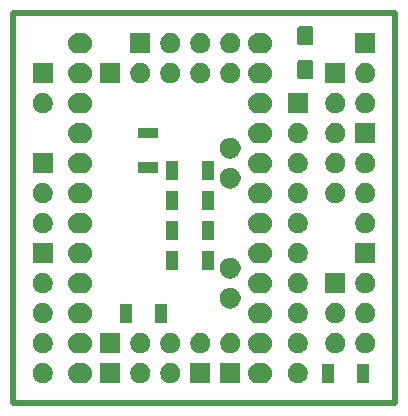
<source format=gbr>
G04 #@! TF.GenerationSoftware,KiCad,Pcbnew,(5.1.5)-3*
G04 #@! TF.CreationDate,2020-06-20T18:05:57+02:00*
G04 #@! TF.ProjectId,openXsensor,6f70656e-5873-4656-9e73-6f722e6b6963,rev?*
G04 #@! TF.SameCoordinates,Original*
G04 #@! TF.FileFunction,Soldermask,Bot*
G04 #@! TF.FilePolarity,Negative*
%FSLAX46Y46*%
G04 Gerber Fmt 4.6, Leading zero omitted, Abs format (unit mm)*
G04 Created by KiCad (PCBNEW (5.1.5)-3) date 2020-06-20 18:05:57*
%MOMM*%
%LPD*%
G04 APERTURE LIST*
%ADD10C,0.500000*%
%ADD11C,0.100000*%
G04 APERTURE END LIST*
D10*
X132715000Y-82550000D02*
X132715000Y-115570000D01*
X165100000Y-82550000D02*
X132715000Y-82550000D01*
X165100000Y-115570000D02*
X165100000Y-82550000D01*
X132715000Y-115570000D02*
X165100000Y-115570000D01*
D11*
G36*
X153907112Y-112170565D02*
G01*
X153991695Y-112178896D01*
X154103015Y-112212665D01*
X154154487Y-112228279D01*
X154304507Y-112308466D01*
X154304508Y-112308467D01*
X154304512Y-112308469D01*
X154436012Y-112416388D01*
X154543931Y-112547888D01*
X154543933Y-112547892D01*
X154543934Y-112547893D01*
X154624121Y-112697913D01*
X154624122Y-112697916D01*
X154673504Y-112860705D01*
X154690178Y-113030000D01*
X154673504Y-113199295D01*
X154649648Y-113277936D01*
X154624121Y-113362087D01*
X154586418Y-113432624D01*
X154543931Y-113512112D01*
X154436012Y-113643612D01*
X154304512Y-113751531D01*
X154304508Y-113751533D01*
X154304507Y-113751534D01*
X154154487Y-113831721D01*
X154154484Y-113831722D01*
X153991695Y-113881104D01*
X153907112Y-113889435D01*
X153864821Y-113893600D01*
X153475179Y-113893600D01*
X153432888Y-113889435D01*
X153348305Y-113881104D01*
X153185516Y-113831722D01*
X153185513Y-113831721D01*
X153035493Y-113751534D01*
X153035492Y-113751533D01*
X153035488Y-113751531D01*
X152903988Y-113643612D01*
X152796069Y-113512112D01*
X152753582Y-113432624D01*
X152715879Y-113362087D01*
X152690352Y-113277936D01*
X152666496Y-113199295D01*
X152649822Y-113030000D01*
X152666496Y-112860705D01*
X152715878Y-112697916D01*
X152715879Y-112697913D01*
X152796066Y-112547893D01*
X152796067Y-112547892D01*
X152796069Y-112547888D01*
X152903988Y-112416388D01*
X153035488Y-112308469D01*
X153035492Y-112308467D01*
X153035493Y-112308466D01*
X153185513Y-112228279D01*
X153236985Y-112212665D01*
X153348305Y-112178896D01*
X153432888Y-112170565D01*
X153475179Y-112166400D01*
X153864821Y-112166400D01*
X153907112Y-112170565D01*
G37*
G36*
X138667112Y-112170565D02*
G01*
X138751695Y-112178896D01*
X138863015Y-112212665D01*
X138914487Y-112228279D01*
X139064507Y-112308466D01*
X139064508Y-112308467D01*
X139064512Y-112308469D01*
X139196012Y-112416388D01*
X139303931Y-112547888D01*
X139303933Y-112547892D01*
X139303934Y-112547893D01*
X139384121Y-112697913D01*
X139384122Y-112697916D01*
X139433504Y-112860705D01*
X139450178Y-113030000D01*
X139433504Y-113199295D01*
X139409648Y-113277936D01*
X139384121Y-113362087D01*
X139346418Y-113432624D01*
X139303931Y-113512112D01*
X139196012Y-113643612D01*
X139064512Y-113751531D01*
X139064508Y-113751533D01*
X139064507Y-113751534D01*
X138914487Y-113831721D01*
X138914484Y-113831722D01*
X138751695Y-113881104D01*
X138667112Y-113889435D01*
X138624821Y-113893600D01*
X138235179Y-113893600D01*
X138192888Y-113889435D01*
X138108305Y-113881104D01*
X137945516Y-113831722D01*
X137945513Y-113831721D01*
X137795493Y-113751534D01*
X137795492Y-113751533D01*
X137795488Y-113751531D01*
X137663988Y-113643612D01*
X137556069Y-113512112D01*
X137513582Y-113432624D01*
X137475879Y-113362087D01*
X137450352Y-113277936D01*
X137426496Y-113199295D01*
X137409822Y-113030000D01*
X137426496Y-112860705D01*
X137475878Y-112697916D01*
X137475879Y-112697913D01*
X137556066Y-112547893D01*
X137556067Y-112547892D01*
X137556069Y-112547888D01*
X137663988Y-112416388D01*
X137795488Y-112308469D01*
X137795492Y-112308467D01*
X137795493Y-112308466D01*
X137945513Y-112228279D01*
X137996985Y-112212665D01*
X138108305Y-112178896D01*
X138192888Y-112170565D01*
X138235179Y-112166400D01*
X138624821Y-112166400D01*
X138667112Y-112170565D01*
G37*
G36*
X143757935Y-112212664D02*
G01*
X143912624Y-112276739D01*
X143912626Y-112276740D01*
X144051844Y-112369762D01*
X144170238Y-112488156D01*
X144263260Y-112627374D01*
X144263261Y-112627376D01*
X144327336Y-112782065D01*
X144360000Y-112946281D01*
X144360000Y-113113719D01*
X144327336Y-113277935D01*
X144263261Y-113432624D01*
X144263260Y-113432626D01*
X144170238Y-113571844D01*
X144051844Y-113690238D01*
X143912626Y-113783260D01*
X143912625Y-113783261D01*
X143912624Y-113783261D01*
X143757935Y-113847336D01*
X143593719Y-113880000D01*
X143426281Y-113880000D01*
X143262065Y-113847336D01*
X143107376Y-113783261D01*
X143107375Y-113783261D01*
X143107374Y-113783260D01*
X142968156Y-113690238D01*
X142849762Y-113571844D01*
X142756740Y-113432626D01*
X142756739Y-113432624D01*
X142692664Y-113277935D01*
X142660000Y-113113719D01*
X142660000Y-112946281D01*
X142692664Y-112782065D01*
X142756739Y-112627376D01*
X142756740Y-112627374D01*
X142849762Y-112488156D01*
X142968156Y-112369762D01*
X143107374Y-112276740D01*
X143107376Y-112276739D01*
X143262065Y-112212664D01*
X143426281Y-112180000D01*
X143593719Y-112180000D01*
X143757935Y-112212664D01*
G37*
G36*
X146297935Y-112212664D02*
G01*
X146452624Y-112276739D01*
X146452626Y-112276740D01*
X146591844Y-112369762D01*
X146710238Y-112488156D01*
X146803260Y-112627374D01*
X146803261Y-112627376D01*
X146867336Y-112782065D01*
X146900000Y-112946281D01*
X146900000Y-113113719D01*
X146867336Y-113277935D01*
X146803261Y-113432624D01*
X146803260Y-113432626D01*
X146710238Y-113571844D01*
X146591844Y-113690238D01*
X146452626Y-113783260D01*
X146452625Y-113783261D01*
X146452624Y-113783261D01*
X146297935Y-113847336D01*
X146133719Y-113880000D01*
X145966281Y-113880000D01*
X145802065Y-113847336D01*
X145647376Y-113783261D01*
X145647375Y-113783261D01*
X145647374Y-113783260D01*
X145508156Y-113690238D01*
X145389762Y-113571844D01*
X145296740Y-113432626D01*
X145296739Y-113432624D01*
X145232664Y-113277935D01*
X145200000Y-113113719D01*
X145200000Y-112946281D01*
X145232664Y-112782065D01*
X145296739Y-112627376D01*
X145296740Y-112627374D01*
X145389762Y-112488156D01*
X145508156Y-112369762D01*
X145647374Y-112276740D01*
X145647376Y-112276739D01*
X145802065Y-112212664D01*
X145966281Y-112180000D01*
X146133719Y-112180000D01*
X146297935Y-112212664D01*
G37*
G36*
X151980000Y-113880000D02*
G01*
X150280000Y-113880000D01*
X150280000Y-112180000D01*
X151980000Y-112180000D01*
X151980000Y-113880000D01*
G37*
G36*
X157092935Y-112212664D02*
G01*
X157247624Y-112276739D01*
X157247626Y-112276740D01*
X157386844Y-112369762D01*
X157505238Y-112488156D01*
X157598260Y-112627374D01*
X157598261Y-112627376D01*
X157662336Y-112782065D01*
X157695000Y-112946281D01*
X157695000Y-113113719D01*
X157662336Y-113277935D01*
X157598261Y-113432624D01*
X157598260Y-113432626D01*
X157505238Y-113571844D01*
X157386844Y-113690238D01*
X157247626Y-113783260D01*
X157247625Y-113783261D01*
X157247624Y-113783261D01*
X157092935Y-113847336D01*
X156928719Y-113880000D01*
X156761281Y-113880000D01*
X156597065Y-113847336D01*
X156442376Y-113783261D01*
X156442375Y-113783261D01*
X156442374Y-113783260D01*
X156303156Y-113690238D01*
X156184762Y-113571844D01*
X156091740Y-113432626D01*
X156091739Y-113432624D01*
X156027664Y-113277935D01*
X155995000Y-113113719D01*
X155995000Y-112946281D01*
X156027664Y-112782065D01*
X156091739Y-112627376D01*
X156091740Y-112627374D01*
X156184762Y-112488156D01*
X156303156Y-112369762D01*
X156442374Y-112276740D01*
X156442376Y-112276739D01*
X156597065Y-112212664D01*
X156761281Y-112180000D01*
X156928719Y-112180000D01*
X157092935Y-112212664D01*
G37*
G36*
X135502935Y-112212664D02*
G01*
X135657624Y-112276739D01*
X135657626Y-112276740D01*
X135796844Y-112369762D01*
X135915238Y-112488156D01*
X136008260Y-112627374D01*
X136008261Y-112627376D01*
X136072336Y-112782065D01*
X136105000Y-112946281D01*
X136105000Y-113113719D01*
X136072336Y-113277935D01*
X136008261Y-113432624D01*
X136008260Y-113432626D01*
X135915238Y-113571844D01*
X135796844Y-113690238D01*
X135657626Y-113783260D01*
X135657625Y-113783261D01*
X135657624Y-113783261D01*
X135502935Y-113847336D01*
X135338719Y-113880000D01*
X135171281Y-113880000D01*
X135007065Y-113847336D01*
X134852376Y-113783261D01*
X134852375Y-113783261D01*
X134852374Y-113783260D01*
X134713156Y-113690238D01*
X134594762Y-113571844D01*
X134501740Y-113432626D01*
X134501739Y-113432624D01*
X134437664Y-113277935D01*
X134405000Y-113113719D01*
X134405000Y-112946281D01*
X134437664Y-112782065D01*
X134501739Y-112627376D01*
X134501740Y-112627374D01*
X134594762Y-112488156D01*
X134713156Y-112369762D01*
X134852374Y-112276740D01*
X134852376Y-112276739D01*
X135007065Y-112212664D01*
X135171281Y-112180000D01*
X135338719Y-112180000D01*
X135502935Y-112212664D01*
G37*
G36*
X141820000Y-113880000D02*
G01*
X140120000Y-113880000D01*
X140120000Y-112180000D01*
X141820000Y-112180000D01*
X141820000Y-113880000D01*
G37*
G36*
X149440000Y-113880000D02*
G01*
X147740000Y-113880000D01*
X147740000Y-112180000D01*
X149440000Y-112180000D01*
X149440000Y-113880000D01*
G37*
G36*
X162885000Y-113830000D02*
G01*
X161885000Y-113830000D01*
X161885000Y-112230000D01*
X162885000Y-112230000D01*
X162885000Y-113830000D01*
G37*
G36*
X159885000Y-113830000D02*
G01*
X158885000Y-113830000D01*
X158885000Y-112230000D01*
X159885000Y-112230000D01*
X159885000Y-113830000D01*
G37*
G36*
X153907112Y-109630565D02*
G01*
X153991695Y-109638896D01*
X154103015Y-109672665D01*
X154154487Y-109688279D01*
X154304507Y-109768466D01*
X154304508Y-109768467D01*
X154304512Y-109768469D01*
X154436012Y-109876388D01*
X154543931Y-110007888D01*
X154543933Y-110007892D01*
X154543934Y-110007893D01*
X154624121Y-110157913D01*
X154624122Y-110157916D01*
X154673504Y-110320705D01*
X154690178Y-110490000D01*
X154673504Y-110659295D01*
X154649648Y-110737936D01*
X154624121Y-110822087D01*
X154586418Y-110892624D01*
X154543931Y-110972112D01*
X154436012Y-111103612D01*
X154304512Y-111211531D01*
X154304508Y-111211533D01*
X154304507Y-111211534D01*
X154154487Y-111291721D01*
X154154484Y-111291722D01*
X153991695Y-111341104D01*
X153907112Y-111349435D01*
X153864821Y-111353600D01*
X153475179Y-111353600D01*
X153432888Y-111349435D01*
X153348305Y-111341104D01*
X153185516Y-111291722D01*
X153185513Y-111291721D01*
X153035493Y-111211534D01*
X153035492Y-111211533D01*
X153035488Y-111211531D01*
X152903988Y-111103612D01*
X152796069Y-110972112D01*
X152753582Y-110892624D01*
X152715879Y-110822087D01*
X152690352Y-110737936D01*
X152666496Y-110659295D01*
X152649822Y-110490000D01*
X152666496Y-110320705D01*
X152715878Y-110157916D01*
X152715879Y-110157913D01*
X152796066Y-110007893D01*
X152796067Y-110007892D01*
X152796069Y-110007888D01*
X152903988Y-109876388D01*
X153035488Y-109768469D01*
X153035492Y-109768467D01*
X153035493Y-109768466D01*
X153185513Y-109688279D01*
X153236985Y-109672665D01*
X153348305Y-109638896D01*
X153432888Y-109630565D01*
X153475179Y-109626400D01*
X153864821Y-109626400D01*
X153907112Y-109630565D01*
G37*
G36*
X138667112Y-109630565D02*
G01*
X138751695Y-109638896D01*
X138863015Y-109672665D01*
X138914487Y-109688279D01*
X139064507Y-109768466D01*
X139064508Y-109768467D01*
X139064512Y-109768469D01*
X139196012Y-109876388D01*
X139303931Y-110007888D01*
X139303933Y-110007892D01*
X139303934Y-110007893D01*
X139384121Y-110157913D01*
X139384122Y-110157916D01*
X139433504Y-110320705D01*
X139450178Y-110490000D01*
X139433504Y-110659295D01*
X139409648Y-110737936D01*
X139384121Y-110822087D01*
X139346418Y-110892624D01*
X139303931Y-110972112D01*
X139196012Y-111103612D01*
X139064512Y-111211531D01*
X139064508Y-111211533D01*
X139064507Y-111211534D01*
X138914487Y-111291721D01*
X138914484Y-111291722D01*
X138751695Y-111341104D01*
X138667112Y-111349435D01*
X138624821Y-111353600D01*
X138235179Y-111353600D01*
X138192888Y-111349435D01*
X138108305Y-111341104D01*
X137945516Y-111291722D01*
X137945513Y-111291721D01*
X137795493Y-111211534D01*
X137795492Y-111211533D01*
X137795488Y-111211531D01*
X137663988Y-111103612D01*
X137556069Y-110972112D01*
X137513582Y-110892624D01*
X137475879Y-110822087D01*
X137450352Y-110737936D01*
X137426496Y-110659295D01*
X137409822Y-110490000D01*
X137426496Y-110320705D01*
X137475878Y-110157916D01*
X137475879Y-110157913D01*
X137556066Y-110007893D01*
X137556067Y-110007892D01*
X137556069Y-110007888D01*
X137663988Y-109876388D01*
X137795488Y-109768469D01*
X137795492Y-109768467D01*
X137795493Y-109768466D01*
X137945513Y-109688279D01*
X137996985Y-109672665D01*
X138108305Y-109638896D01*
X138192888Y-109630565D01*
X138235179Y-109626400D01*
X138624821Y-109626400D01*
X138667112Y-109630565D01*
G37*
G36*
X146297935Y-109672664D02*
G01*
X146452624Y-109736739D01*
X146452626Y-109736740D01*
X146591844Y-109829762D01*
X146710238Y-109948156D01*
X146803260Y-110087374D01*
X146803261Y-110087376D01*
X146867336Y-110242065D01*
X146900000Y-110406281D01*
X146900000Y-110573719D01*
X146867336Y-110737935D01*
X146803261Y-110892624D01*
X146803260Y-110892626D01*
X146710238Y-111031844D01*
X146591844Y-111150238D01*
X146452626Y-111243260D01*
X146452625Y-111243261D01*
X146452624Y-111243261D01*
X146297935Y-111307336D01*
X146133719Y-111340000D01*
X145966281Y-111340000D01*
X145802065Y-111307336D01*
X145647376Y-111243261D01*
X145647375Y-111243261D01*
X145647374Y-111243260D01*
X145508156Y-111150238D01*
X145389762Y-111031844D01*
X145296740Y-110892626D01*
X145296739Y-110892624D01*
X145232664Y-110737935D01*
X145200000Y-110573719D01*
X145200000Y-110406281D01*
X145232664Y-110242065D01*
X145296739Y-110087376D01*
X145296740Y-110087374D01*
X145389762Y-109948156D01*
X145508156Y-109829762D01*
X145647374Y-109736740D01*
X145647376Y-109736739D01*
X145802065Y-109672664D01*
X145966281Y-109640000D01*
X146133719Y-109640000D01*
X146297935Y-109672664D01*
G37*
G36*
X141820000Y-111340000D02*
G01*
X140120000Y-111340000D01*
X140120000Y-109640000D01*
X141820000Y-109640000D01*
X141820000Y-111340000D01*
G37*
G36*
X162807935Y-109672664D02*
G01*
X162962624Y-109736739D01*
X162962626Y-109736740D01*
X163101844Y-109829762D01*
X163220238Y-109948156D01*
X163313260Y-110087374D01*
X163313261Y-110087376D01*
X163377336Y-110242065D01*
X163410000Y-110406281D01*
X163410000Y-110573719D01*
X163377336Y-110737935D01*
X163313261Y-110892624D01*
X163313260Y-110892626D01*
X163220238Y-111031844D01*
X163101844Y-111150238D01*
X162962626Y-111243260D01*
X162962625Y-111243261D01*
X162962624Y-111243261D01*
X162807935Y-111307336D01*
X162643719Y-111340000D01*
X162476281Y-111340000D01*
X162312065Y-111307336D01*
X162157376Y-111243261D01*
X162157375Y-111243261D01*
X162157374Y-111243260D01*
X162018156Y-111150238D01*
X161899762Y-111031844D01*
X161806740Y-110892626D01*
X161806739Y-110892624D01*
X161742664Y-110737935D01*
X161710000Y-110573719D01*
X161710000Y-110406281D01*
X161742664Y-110242065D01*
X161806739Y-110087376D01*
X161806740Y-110087374D01*
X161899762Y-109948156D01*
X162018156Y-109829762D01*
X162157374Y-109736740D01*
X162157376Y-109736739D01*
X162312065Y-109672664D01*
X162476281Y-109640000D01*
X162643719Y-109640000D01*
X162807935Y-109672664D01*
G37*
G36*
X151377935Y-109672664D02*
G01*
X151532624Y-109736739D01*
X151532626Y-109736740D01*
X151671844Y-109829762D01*
X151790238Y-109948156D01*
X151883260Y-110087374D01*
X151883261Y-110087376D01*
X151947336Y-110242065D01*
X151980000Y-110406281D01*
X151980000Y-110573719D01*
X151947336Y-110737935D01*
X151883261Y-110892624D01*
X151883260Y-110892626D01*
X151790238Y-111031844D01*
X151671844Y-111150238D01*
X151532626Y-111243260D01*
X151532625Y-111243261D01*
X151532624Y-111243261D01*
X151377935Y-111307336D01*
X151213719Y-111340000D01*
X151046281Y-111340000D01*
X150882065Y-111307336D01*
X150727376Y-111243261D01*
X150727375Y-111243261D01*
X150727374Y-111243260D01*
X150588156Y-111150238D01*
X150469762Y-111031844D01*
X150376740Y-110892626D01*
X150376739Y-110892624D01*
X150312664Y-110737935D01*
X150280000Y-110573719D01*
X150280000Y-110406281D01*
X150312664Y-110242065D01*
X150376739Y-110087376D01*
X150376740Y-110087374D01*
X150469762Y-109948156D01*
X150588156Y-109829762D01*
X150727374Y-109736740D01*
X150727376Y-109736739D01*
X150882065Y-109672664D01*
X151046281Y-109640000D01*
X151213719Y-109640000D01*
X151377935Y-109672664D01*
G37*
G36*
X148837935Y-109672664D02*
G01*
X148992624Y-109736739D01*
X148992626Y-109736740D01*
X149131844Y-109829762D01*
X149250238Y-109948156D01*
X149343260Y-110087374D01*
X149343261Y-110087376D01*
X149407336Y-110242065D01*
X149440000Y-110406281D01*
X149440000Y-110573719D01*
X149407336Y-110737935D01*
X149343261Y-110892624D01*
X149343260Y-110892626D01*
X149250238Y-111031844D01*
X149131844Y-111150238D01*
X148992626Y-111243260D01*
X148992625Y-111243261D01*
X148992624Y-111243261D01*
X148837935Y-111307336D01*
X148673719Y-111340000D01*
X148506281Y-111340000D01*
X148342065Y-111307336D01*
X148187376Y-111243261D01*
X148187375Y-111243261D01*
X148187374Y-111243260D01*
X148048156Y-111150238D01*
X147929762Y-111031844D01*
X147836740Y-110892626D01*
X147836739Y-110892624D01*
X147772664Y-110737935D01*
X147740000Y-110573719D01*
X147740000Y-110406281D01*
X147772664Y-110242065D01*
X147836739Y-110087376D01*
X147836740Y-110087374D01*
X147929762Y-109948156D01*
X148048156Y-109829762D01*
X148187374Y-109736740D01*
X148187376Y-109736739D01*
X148342065Y-109672664D01*
X148506281Y-109640000D01*
X148673719Y-109640000D01*
X148837935Y-109672664D01*
G37*
G36*
X157092935Y-109672664D02*
G01*
X157247624Y-109736739D01*
X157247626Y-109736740D01*
X157386844Y-109829762D01*
X157505238Y-109948156D01*
X157598260Y-110087374D01*
X157598261Y-110087376D01*
X157662336Y-110242065D01*
X157695000Y-110406281D01*
X157695000Y-110573719D01*
X157662336Y-110737935D01*
X157598261Y-110892624D01*
X157598260Y-110892626D01*
X157505238Y-111031844D01*
X157386844Y-111150238D01*
X157247626Y-111243260D01*
X157247625Y-111243261D01*
X157247624Y-111243261D01*
X157092935Y-111307336D01*
X156928719Y-111340000D01*
X156761281Y-111340000D01*
X156597065Y-111307336D01*
X156442376Y-111243261D01*
X156442375Y-111243261D01*
X156442374Y-111243260D01*
X156303156Y-111150238D01*
X156184762Y-111031844D01*
X156091740Y-110892626D01*
X156091739Y-110892624D01*
X156027664Y-110737935D01*
X155995000Y-110573719D01*
X155995000Y-110406281D01*
X156027664Y-110242065D01*
X156091739Y-110087376D01*
X156091740Y-110087374D01*
X156184762Y-109948156D01*
X156303156Y-109829762D01*
X156442374Y-109736740D01*
X156442376Y-109736739D01*
X156597065Y-109672664D01*
X156761281Y-109640000D01*
X156928719Y-109640000D01*
X157092935Y-109672664D01*
G37*
G36*
X160267935Y-109672664D02*
G01*
X160422624Y-109736739D01*
X160422626Y-109736740D01*
X160561844Y-109829762D01*
X160680238Y-109948156D01*
X160773260Y-110087374D01*
X160773261Y-110087376D01*
X160837336Y-110242065D01*
X160870000Y-110406281D01*
X160870000Y-110573719D01*
X160837336Y-110737935D01*
X160773261Y-110892624D01*
X160773260Y-110892626D01*
X160680238Y-111031844D01*
X160561844Y-111150238D01*
X160422626Y-111243260D01*
X160422625Y-111243261D01*
X160422624Y-111243261D01*
X160267935Y-111307336D01*
X160103719Y-111340000D01*
X159936281Y-111340000D01*
X159772065Y-111307336D01*
X159617376Y-111243261D01*
X159617375Y-111243261D01*
X159617374Y-111243260D01*
X159478156Y-111150238D01*
X159359762Y-111031844D01*
X159266740Y-110892626D01*
X159266739Y-110892624D01*
X159202664Y-110737935D01*
X159170000Y-110573719D01*
X159170000Y-110406281D01*
X159202664Y-110242065D01*
X159266739Y-110087376D01*
X159266740Y-110087374D01*
X159359762Y-109948156D01*
X159478156Y-109829762D01*
X159617374Y-109736740D01*
X159617376Y-109736739D01*
X159772065Y-109672664D01*
X159936281Y-109640000D01*
X160103719Y-109640000D01*
X160267935Y-109672664D01*
G37*
G36*
X135502935Y-109672664D02*
G01*
X135657624Y-109736739D01*
X135657626Y-109736740D01*
X135796844Y-109829762D01*
X135915238Y-109948156D01*
X136008260Y-110087374D01*
X136008261Y-110087376D01*
X136072336Y-110242065D01*
X136105000Y-110406281D01*
X136105000Y-110573719D01*
X136072336Y-110737935D01*
X136008261Y-110892624D01*
X136008260Y-110892626D01*
X135915238Y-111031844D01*
X135796844Y-111150238D01*
X135657626Y-111243260D01*
X135657625Y-111243261D01*
X135657624Y-111243261D01*
X135502935Y-111307336D01*
X135338719Y-111340000D01*
X135171281Y-111340000D01*
X135007065Y-111307336D01*
X134852376Y-111243261D01*
X134852375Y-111243261D01*
X134852374Y-111243260D01*
X134713156Y-111150238D01*
X134594762Y-111031844D01*
X134501740Y-110892626D01*
X134501739Y-110892624D01*
X134437664Y-110737935D01*
X134405000Y-110573719D01*
X134405000Y-110406281D01*
X134437664Y-110242065D01*
X134501739Y-110087376D01*
X134501740Y-110087374D01*
X134594762Y-109948156D01*
X134713156Y-109829762D01*
X134852374Y-109736740D01*
X134852376Y-109736739D01*
X135007065Y-109672664D01*
X135171281Y-109640000D01*
X135338719Y-109640000D01*
X135502935Y-109672664D01*
G37*
G36*
X143757935Y-109672664D02*
G01*
X143912624Y-109736739D01*
X143912626Y-109736740D01*
X144051844Y-109829762D01*
X144170238Y-109948156D01*
X144263260Y-110087374D01*
X144263261Y-110087376D01*
X144327336Y-110242065D01*
X144360000Y-110406281D01*
X144360000Y-110573719D01*
X144327336Y-110737935D01*
X144263261Y-110892624D01*
X144263260Y-110892626D01*
X144170238Y-111031844D01*
X144051844Y-111150238D01*
X143912626Y-111243260D01*
X143912625Y-111243261D01*
X143912624Y-111243261D01*
X143757935Y-111307336D01*
X143593719Y-111340000D01*
X143426281Y-111340000D01*
X143262065Y-111307336D01*
X143107376Y-111243261D01*
X143107375Y-111243261D01*
X143107374Y-111243260D01*
X142968156Y-111150238D01*
X142849762Y-111031844D01*
X142756740Y-110892626D01*
X142756739Y-110892624D01*
X142692664Y-110737935D01*
X142660000Y-110573719D01*
X142660000Y-110406281D01*
X142692664Y-110242065D01*
X142756739Y-110087376D01*
X142756740Y-110087374D01*
X142849762Y-109948156D01*
X142968156Y-109829762D01*
X143107374Y-109736740D01*
X143107376Y-109736739D01*
X143262065Y-109672664D01*
X143426281Y-109640000D01*
X143593719Y-109640000D01*
X143757935Y-109672664D01*
G37*
G36*
X153907112Y-107090565D02*
G01*
X153991695Y-107098896D01*
X154103015Y-107132665D01*
X154154487Y-107148279D01*
X154304507Y-107228466D01*
X154304508Y-107228467D01*
X154304512Y-107228469D01*
X154436012Y-107336388D01*
X154543931Y-107467888D01*
X154543933Y-107467892D01*
X154543934Y-107467893D01*
X154624121Y-107617913D01*
X154624122Y-107617916D01*
X154673504Y-107780705D01*
X154690178Y-107950000D01*
X154673504Y-108119295D01*
X154649648Y-108197936D01*
X154624121Y-108282087D01*
X154586418Y-108352624D01*
X154543931Y-108432112D01*
X154436012Y-108563612D01*
X154304512Y-108671531D01*
X154304508Y-108671533D01*
X154304507Y-108671534D01*
X154154487Y-108751721D01*
X154154484Y-108751722D01*
X153991695Y-108801104D01*
X153907112Y-108809435D01*
X153864821Y-108813600D01*
X153475179Y-108813600D01*
X153432888Y-108809435D01*
X153348305Y-108801104D01*
X153185516Y-108751722D01*
X153185513Y-108751721D01*
X153035493Y-108671534D01*
X153035492Y-108671533D01*
X153035488Y-108671531D01*
X152903988Y-108563612D01*
X152796069Y-108432112D01*
X152753582Y-108352624D01*
X152715879Y-108282087D01*
X152690352Y-108197936D01*
X152666496Y-108119295D01*
X152649822Y-107950000D01*
X152666496Y-107780705D01*
X152715878Y-107617916D01*
X152715879Y-107617913D01*
X152796066Y-107467893D01*
X152796067Y-107467892D01*
X152796069Y-107467888D01*
X152903988Y-107336388D01*
X153035488Y-107228469D01*
X153035492Y-107228467D01*
X153035493Y-107228466D01*
X153185513Y-107148279D01*
X153236985Y-107132665D01*
X153348305Y-107098896D01*
X153432888Y-107090565D01*
X153475179Y-107086400D01*
X153864821Y-107086400D01*
X153907112Y-107090565D01*
G37*
G36*
X138667112Y-107090565D02*
G01*
X138751695Y-107098896D01*
X138863015Y-107132665D01*
X138914487Y-107148279D01*
X139064507Y-107228466D01*
X139064508Y-107228467D01*
X139064512Y-107228469D01*
X139196012Y-107336388D01*
X139303931Y-107467888D01*
X139303933Y-107467892D01*
X139303934Y-107467893D01*
X139384121Y-107617913D01*
X139384122Y-107617916D01*
X139433504Y-107780705D01*
X139450178Y-107950000D01*
X139433504Y-108119295D01*
X139409648Y-108197936D01*
X139384121Y-108282087D01*
X139346418Y-108352624D01*
X139303931Y-108432112D01*
X139196012Y-108563612D01*
X139064512Y-108671531D01*
X139064508Y-108671533D01*
X139064507Y-108671534D01*
X138914487Y-108751721D01*
X138914484Y-108751722D01*
X138751695Y-108801104D01*
X138667112Y-108809435D01*
X138624821Y-108813600D01*
X138235179Y-108813600D01*
X138192888Y-108809435D01*
X138108305Y-108801104D01*
X137945516Y-108751722D01*
X137945513Y-108751721D01*
X137795493Y-108671534D01*
X137795492Y-108671533D01*
X137795488Y-108671531D01*
X137663988Y-108563612D01*
X137556069Y-108432112D01*
X137513582Y-108352624D01*
X137475879Y-108282087D01*
X137450352Y-108197936D01*
X137426496Y-108119295D01*
X137409822Y-107950000D01*
X137426496Y-107780705D01*
X137475878Y-107617916D01*
X137475879Y-107617913D01*
X137556066Y-107467893D01*
X137556067Y-107467892D01*
X137556069Y-107467888D01*
X137663988Y-107336388D01*
X137795488Y-107228469D01*
X137795492Y-107228467D01*
X137795493Y-107228466D01*
X137945513Y-107148279D01*
X137996985Y-107132665D01*
X138108305Y-107098896D01*
X138192888Y-107090565D01*
X138235179Y-107086400D01*
X138624821Y-107086400D01*
X138667112Y-107090565D01*
G37*
G36*
X162807935Y-107132664D02*
G01*
X162962624Y-107196739D01*
X162962626Y-107196740D01*
X163101844Y-107289762D01*
X163220238Y-107408156D01*
X163304882Y-107534836D01*
X163313261Y-107547376D01*
X163377336Y-107702065D01*
X163410000Y-107866281D01*
X163410000Y-108033719D01*
X163377336Y-108197935D01*
X163313261Y-108352624D01*
X163313260Y-108352626D01*
X163220238Y-108491844D01*
X163101844Y-108610238D01*
X162962626Y-108703260D01*
X162962625Y-108703261D01*
X162962624Y-108703261D01*
X162807935Y-108767336D01*
X162643719Y-108800000D01*
X162476281Y-108800000D01*
X162312065Y-108767336D01*
X162157376Y-108703261D01*
X162157375Y-108703261D01*
X162157374Y-108703260D01*
X162018156Y-108610238D01*
X161899762Y-108491844D01*
X161806740Y-108352626D01*
X161806739Y-108352624D01*
X161742664Y-108197935D01*
X161710000Y-108033719D01*
X161710000Y-107866281D01*
X161742664Y-107702065D01*
X161806739Y-107547376D01*
X161815118Y-107534836D01*
X161899762Y-107408156D01*
X162018156Y-107289762D01*
X162157374Y-107196740D01*
X162157376Y-107196739D01*
X162312065Y-107132664D01*
X162476281Y-107100000D01*
X162643719Y-107100000D01*
X162807935Y-107132664D01*
G37*
G36*
X135502935Y-107132664D02*
G01*
X135657624Y-107196739D01*
X135657626Y-107196740D01*
X135796844Y-107289762D01*
X135915238Y-107408156D01*
X135999882Y-107534836D01*
X136008261Y-107547376D01*
X136072336Y-107702065D01*
X136105000Y-107866281D01*
X136105000Y-108033719D01*
X136072336Y-108197935D01*
X136008261Y-108352624D01*
X136008260Y-108352626D01*
X135915238Y-108491844D01*
X135796844Y-108610238D01*
X135657626Y-108703260D01*
X135657625Y-108703261D01*
X135657624Y-108703261D01*
X135502935Y-108767336D01*
X135338719Y-108800000D01*
X135171281Y-108800000D01*
X135007065Y-108767336D01*
X134852376Y-108703261D01*
X134852375Y-108703261D01*
X134852374Y-108703260D01*
X134713156Y-108610238D01*
X134594762Y-108491844D01*
X134501740Y-108352626D01*
X134501739Y-108352624D01*
X134437664Y-108197935D01*
X134405000Y-108033719D01*
X134405000Y-107866281D01*
X134437664Y-107702065D01*
X134501739Y-107547376D01*
X134510118Y-107534836D01*
X134594762Y-107408156D01*
X134713156Y-107289762D01*
X134852374Y-107196740D01*
X134852376Y-107196739D01*
X135007065Y-107132664D01*
X135171281Y-107100000D01*
X135338719Y-107100000D01*
X135502935Y-107132664D01*
G37*
G36*
X157092935Y-107132664D02*
G01*
X157247624Y-107196739D01*
X157247626Y-107196740D01*
X157386844Y-107289762D01*
X157505238Y-107408156D01*
X157589882Y-107534836D01*
X157598261Y-107547376D01*
X157662336Y-107702065D01*
X157695000Y-107866281D01*
X157695000Y-108033719D01*
X157662336Y-108197935D01*
X157598261Y-108352624D01*
X157598260Y-108352626D01*
X157505238Y-108491844D01*
X157386844Y-108610238D01*
X157247626Y-108703260D01*
X157247625Y-108703261D01*
X157247624Y-108703261D01*
X157092935Y-108767336D01*
X156928719Y-108800000D01*
X156761281Y-108800000D01*
X156597065Y-108767336D01*
X156442376Y-108703261D01*
X156442375Y-108703261D01*
X156442374Y-108703260D01*
X156303156Y-108610238D01*
X156184762Y-108491844D01*
X156091740Y-108352626D01*
X156091739Y-108352624D01*
X156027664Y-108197935D01*
X155995000Y-108033719D01*
X155995000Y-107866281D01*
X156027664Y-107702065D01*
X156091739Y-107547376D01*
X156100118Y-107534836D01*
X156184762Y-107408156D01*
X156303156Y-107289762D01*
X156442374Y-107196740D01*
X156442376Y-107196739D01*
X156597065Y-107132664D01*
X156761281Y-107100000D01*
X156928719Y-107100000D01*
X157092935Y-107132664D01*
G37*
G36*
X160267935Y-107132664D02*
G01*
X160422624Y-107196739D01*
X160422626Y-107196740D01*
X160561844Y-107289762D01*
X160680238Y-107408156D01*
X160764882Y-107534836D01*
X160773261Y-107547376D01*
X160837336Y-107702065D01*
X160870000Y-107866281D01*
X160870000Y-108033719D01*
X160837336Y-108197935D01*
X160773261Y-108352624D01*
X160773260Y-108352626D01*
X160680238Y-108491844D01*
X160561844Y-108610238D01*
X160422626Y-108703260D01*
X160422625Y-108703261D01*
X160422624Y-108703261D01*
X160267935Y-108767336D01*
X160103719Y-108800000D01*
X159936281Y-108800000D01*
X159772065Y-108767336D01*
X159617376Y-108703261D01*
X159617375Y-108703261D01*
X159617374Y-108703260D01*
X159478156Y-108610238D01*
X159359762Y-108491844D01*
X159266740Y-108352626D01*
X159266739Y-108352624D01*
X159202664Y-108197935D01*
X159170000Y-108033719D01*
X159170000Y-107866281D01*
X159202664Y-107702065D01*
X159266739Y-107547376D01*
X159275118Y-107534836D01*
X159359762Y-107408156D01*
X159478156Y-107289762D01*
X159617374Y-107196740D01*
X159617376Y-107196739D01*
X159772065Y-107132664D01*
X159936281Y-107100000D01*
X160103719Y-107100000D01*
X160267935Y-107132664D01*
G37*
G36*
X145788000Y-108750000D02*
G01*
X144788000Y-108750000D01*
X144788000Y-107150000D01*
X145788000Y-107150000D01*
X145788000Y-108750000D01*
G37*
G36*
X142788000Y-108750000D02*
G01*
X141788000Y-108750000D01*
X141788000Y-107150000D01*
X142788000Y-107150000D01*
X142788000Y-108750000D01*
G37*
G36*
X151303435Y-105808082D02*
G01*
X151389312Y-105825164D01*
X151503713Y-105872551D01*
X151550938Y-105892112D01*
X151551099Y-105892179D01*
X151696704Y-105989469D01*
X151820531Y-106113296D01*
X151917821Y-106258901D01*
X151984836Y-106420688D01*
X152019000Y-106592441D01*
X152019000Y-106767559D01*
X151984836Y-106939312D01*
X151917821Y-107101099D01*
X151820531Y-107246704D01*
X151696704Y-107370531D01*
X151551099Y-107467821D01*
X151551098Y-107467822D01*
X151551097Y-107467822D01*
X151503713Y-107487449D01*
X151389312Y-107534836D01*
X151217560Y-107569000D01*
X151042440Y-107569000D01*
X150870688Y-107534836D01*
X150756287Y-107487449D01*
X150708903Y-107467822D01*
X150708902Y-107467822D01*
X150708901Y-107467821D01*
X150563296Y-107370531D01*
X150439469Y-107246704D01*
X150342179Y-107101099D01*
X150275164Y-106939312D01*
X150241000Y-106767559D01*
X150241000Y-106592441D01*
X150275164Y-106420688D01*
X150342179Y-106258901D01*
X150439469Y-106113296D01*
X150563296Y-105989469D01*
X150708901Y-105892179D01*
X150709063Y-105892112D01*
X150756287Y-105872551D01*
X150870688Y-105825164D01*
X151042440Y-105791000D01*
X151217560Y-105791000D01*
X151303435Y-105808082D01*
G37*
G36*
X138667112Y-104550565D02*
G01*
X138751695Y-104558896D01*
X138863015Y-104592665D01*
X138914487Y-104608279D01*
X139064507Y-104688466D01*
X139064508Y-104688467D01*
X139064512Y-104688469D01*
X139196012Y-104796388D01*
X139303931Y-104927888D01*
X139303933Y-104927892D01*
X139303934Y-104927893D01*
X139384121Y-105077913D01*
X139384122Y-105077916D01*
X139433504Y-105240705D01*
X139450178Y-105410000D01*
X139433504Y-105579295D01*
X139409648Y-105657936D01*
X139384121Y-105742087D01*
X139303934Y-105892107D01*
X139303931Y-105892112D01*
X139196012Y-106023612D01*
X139064512Y-106131531D01*
X139064508Y-106131533D01*
X139064507Y-106131534D01*
X138914487Y-106211721D01*
X138914484Y-106211722D01*
X138751695Y-106261104D01*
X138667112Y-106269435D01*
X138624821Y-106273600D01*
X138235179Y-106273600D01*
X138192888Y-106269435D01*
X138108305Y-106261104D01*
X137945516Y-106211722D01*
X137945513Y-106211721D01*
X137795493Y-106131534D01*
X137795492Y-106131533D01*
X137795488Y-106131531D01*
X137663988Y-106023612D01*
X137556069Y-105892112D01*
X137556066Y-105892107D01*
X137475879Y-105742087D01*
X137450352Y-105657936D01*
X137426496Y-105579295D01*
X137409822Y-105410000D01*
X137426496Y-105240705D01*
X137475878Y-105077916D01*
X137475879Y-105077913D01*
X137556066Y-104927893D01*
X137556067Y-104927892D01*
X137556069Y-104927888D01*
X137663988Y-104796388D01*
X137795488Y-104688469D01*
X137795492Y-104688467D01*
X137795493Y-104688466D01*
X137945513Y-104608279D01*
X137996985Y-104592665D01*
X138108305Y-104558896D01*
X138192888Y-104550565D01*
X138235179Y-104546400D01*
X138624821Y-104546400D01*
X138667112Y-104550565D01*
G37*
G36*
X153907112Y-104550565D02*
G01*
X153991695Y-104558896D01*
X154103015Y-104592665D01*
X154154487Y-104608279D01*
X154304507Y-104688466D01*
X154304508Y-104688467D01*
X154304512Y-104688469D01*
X154436012Y-104796388D01*
X154543931Y-104927888D01*
X154543933Y-104927892D01*
X154543934Y-104927893D01*
X154624121Y-105077913D01*
X154624122Y-105077916D01*
X154673504Y-105240705D01*
X154690178Y-105410000D01*
X154673504Y-105579295D01*
X154649648Y-105657936D01*
X154624121Y-105742087D01*
X154543934Y-105892107D01*
X154543931Y-105892112D01*
X154436012Y-106023612D01*
X154304512Y-106131531D01*
X154304508Y-106131533D01*
X154304507Y-106131534D01*
X154154487Y-106211721D01*
X154154484Y-106211722D01*
X153991695Y-106261104D01*
X153907112Y-106269435D01*
X153864821Y-106273600D01*
X153475179Y-106273600D01*
X153432888Y-106269435D01*
X153348305Y-106261104D01*
X153185516Y-106211722D01*
X153185513Y-106211721D01*
X153035493Y-106131534D01*
X153035492Y-106131533D01*
X153035488Y-106131531D01*
X152903988Y-106023612D01*
X152796069Y-105892112D01*
X152796066Y-105892107D01*
X152715879Y-105742087D01*
X152690352Y-105657936D01*
X152666496Y-105579295D01*
X152649822Y-105410000D01*
X152666496Y-105240705D01*
X152715878Y-105077916D01*
X152715879Y-105077913D01*
X152796066Y-104927893D01*
X152796067Y-104927892D01*
X152796069Y-104927888D01*
X152903988Y-104796388D01*
X153035488Y-104688469D01*
X153035492Y-104688467D01*
X153035493Y-104688466D01*
X153185513Y-104608279D01*
X153236985Y-104592665D01*
X153348305Y-104558896D01*
X153432888Y-104550565D01*
X153475179Y-104546400D01*
X153864821Y-104546400D01*
X153907112Y-104550565D01*
G37*
G36*
X162807935Y-104592664D02*
G01*
X162962624Y-104656739D01*
X162962626Y-104656740D01*
X163101844Y-104749762D01*
X163220238Y-104868156D01*
X163304882Y-104994836D01*
X163313261Y-105007376D01*
X163377336Y-105162065D01*
X163410000Y-105326281D01*
X163410000Y-105493719D01*
X163377336Y-105657935D01*
X163322218Y-105791000D01*
X163313260Y-105812626D01*
X163220238Y-105951844D01*
X163101844Y-106070238D01*
X162962626Y-106163260D01*
X162962625Y-106163261D01*
X162962624Y-106163261D01*
X162807935Y-106227336D01*
X162643719Y-106260000D01*
X162476281Y-106260000D01*
X162312065Y-106227336D01*
X162157376Y-106163261D01*
X162157375Y-106163261D01*
X162157374Y-106163260D01*
X162018156Y-106070238D01*
X161899762Y-105951844D01*
X161806740Y-105812626D01*
X161797782Y-105791000D01*
X161742664Y-105657935D01*
X161710000Y-105493719D01*
X161710000Y-105326281D01*
X161742664Y-105162065D01*
X161806739Y-105007376D01*
X161815118Y-104994836D01*
X161899762Y-104868156D01*
X162018156Y-104749762D01*
X162157374Y-104656740D01*
X162157376Y-104656739D01*
X162312065Y-104592664D01*
X162476281Y-104560000D01*
X162643719Y-104560000D01*
X162807935Y-104592664D01*
G37*
G36*
X157092935Y-104592664D02*
G01*
X157247624Y-104656739D01*
X157247626Y-104656740D01*
X157386844Y-104749762D01*
X157505238Y-104868156D01*
X157589882Y-104994836D01*
X157598261Y-105007376D01*
X157662336Y-105162065D01*
X157695000Y-105326281D01*
X157695000Y-105493719D01*
X157662336Y-105657935D01*
X157607218Y-105791000D01*
X157598260Y-105812626D01*
X157505238Y-105951844D01*
X157386844Y-106070238D01*
X157247626Y-106163260D01*
X157247625Y-106163261D01*
X157247624Y-106163261D01*
X157092935Y-106227336D01*
X156928719Y-106260000D01*
X156761281Y-106260000D01*
X156597065Y-106227336D01*
X156442376Y-106163261D01*
X156442375Y-106163261D01*
X156442374Y-106163260D01*
X156303156Y-106070238D01*
X156184762Y-105951844D01*
X156091740Y-105812626D01*
X156082782Y-105791000D01*
X156027664Y-105657935D01*
X155995000Y-105493719D01*
X155995000Y-105326281D01*
X156027664Y-105162065D01*
X156091739Y-105007376D01*
X156100118Y-104994836D01*
X156184762Y-104868156D01*
X156303156Y-104749762D01*
X156442374Y-104656740D01*
X156442376Y-104656739D01*
X156597065Y-104592664D01*
X156761281Y-104560000D01*
X156928719Y-104560000D01*
X157092935Y-104592664D01*
G37*
G36*
X135502935Y-104592664D02*
G01*
X135657624Y-104656739D01*
X135657626Y-104656740D01*
X135796844Y-104749762D01*
X135915238Y-104868156D01*
X135999882Y-104994836D01*
X136008261Y-105007376D01*
X136072336Y-105162065D01*
X136105000Y-105326281D01*
X136105000Y-105493719D01*
X136072336Y-105657935D01*
X136017218Y-105791000D01*
X136008260Y-105812626D01*
X135915238Y-105951844D01*
X135796844Y-106070238D01*
X135657626Y-106163260D01*
X135657625Y-106163261D01*
X135657624Y-106163261D01*
X135502935Y-106227336D01*
X135338719Y-106260000D01*
X135171281Y-106260000D01*
X135007065Y-106227336D01*
X134852376Y-106163261D01*
X134852375Y-106163261D01*
X134852374Y-106163260D01*
X134713156Y-106070238D01*
X134594762Y-105951844D01*
X134501740Y-105812626D01*
X134492782Y-105791000D01*
X134437664Y-105657935D01*
X134405000Y-105493719D01*
X134405000Y-105326281D01*
X134437664Y-105162065D01*
X134501739Y-105007376D01*
X134510118Y-104994836D01*
X134594762Y-104868156D01*
X134713156Y-104749762D01*
X134852374Y-104656740D01*
X134852376Y-104656739D01*
X135007065Y-104592664D01*
X135171281Y-104560000D01*
X135338719Y-104560000D01*
X135502935Y-104592664D01*
G37*
G36*
X160870000Y-106260000D02*
G01*
X159170000Y-106260000D01*
X159170000Y-104560000D01*
X160870000Y-104560000D01*
X160870000Y-106260000D01*
G37*
G36*
X151389312Y-103285164D02*
G01*
X151503713Y-103332551D01*
X151550938Y-103352112D01*
X151551099Y-103352179D01*
X151696704Y-103449469D01*
X151820531Y-103573296D01*
X151917821Y-103718901D01*
X151984836Y-103880688D01*
X152019000Y-104052441D01*
X152019000Y-104227559D01*
X151984836Y-104399312D01*
X151917821Y-104561099D01*
X151820531Y-104706704D01*
X151696704Y-104830531D01*
X151551099Y-104927821D01*
X151551098Y-104927822D01*
X151551097Y-104927822D01*
X151503713Y-104947449D01*
X151389312Y-104994836D01*
X151303435Y-105011918D01*
X151217560Y-105029000D01*
X151042440Y-105029000D01*
X150956565Y-105011918D01*
X150870688Y-104994836D01*
X150756287Y-104947449D01*
X150708903Y-104927822D01*
X150708902Y-104927822D01*
X150708901Y-104927821D01*
X150563296Y-104830531D01*
X150439469Y-104706704D01*
X150342179Y-104561099D01*
X150275164Y-104399312D01*
X150241000Y-104227559D01*
X150241000Y-104052441D01*
X150275164Y-103880688D01*
X150342179Y-103718901D01*
X150439469Y-103573296D01*
X150563296Y-103449469D01*
X150708901Y-103352179D01*
X150709063Y-103352112D01*
X150756287Y-103332551D01*
X150870688Y-103285164D01*
X150956565Y-103268082D01*
X151042440Y-103251000D01*
X151217560Y-103251000D01*
X151389312Y-103285164D01*
G37*
G36*
X146725000Y-104305000D02*
G01*
X145725000Y-104305000D01*
X145725000Y-102705000D01*
X146725000Y-102705000D01*
X146725000Y-104305000D01*
G37*
G36*
X149725000Y-104305000D02*
G01*
X148725000Y-104305000D01*
X148725000Y-102705000D01*
X149725000Y-102705000D01*
X149725000Y-104305000D01*
G37*
G36*
X138667112Y-102010565D02*
G01*
X138751695Y-102018896D01*
X138863015Y-102052665D01*
X138914487Y-102068279D01*
X139064507Y-102148466D01*
X139064508Y-102148467D01*
X139064512Y-102148469D01*
X139196012Y-102256388D01*
X139303931Y-102387888D01*
X139303933Y-102387892D01*
X139303934Y-102387893D01*
X139384121Y-102537913D01*
X139384122Y-102537916D01*
X139433504Y-102700705D01*
X139450178Y-102870000D01*
X139433504Y-103039295D01*
X139409648Y-103117936D01*
X139384121Y-103202087D01*
X139303934Y-103352107D01*
X139303931Y-103352112D01*
X139196012Y-103483612D01*
X139064512Y-103591531D01*
X139064508Y-103591533D01*
X139064507Y-103591534D01*
X138914487Y-103671721D01*
X138914484Y-103671722D01*
X138751695Y-103721104D01*
X138667112Y-103729435D01*
X138624821Y-103733600D01*
X138235179Y-103733600D01*
X138192888Y-103729435D01*
X138108305Y-103721104D01*
X137945516Y-103671722D01*
X137945513Y-103671721D01*
X137795493Y-103591534D01*
X137795492Y-103591533D01*
X137795488Y-103591531D01*
X137663988Y-103483612D01*
X137556069Y-103352112D01*
X137556066Y-103352107D01*
X137475879Y-103202087D01*
X137450352Y-103117936D01*
X137426496Y-103039295D01*
X137409822Y-102870000D01*
X137426496Y-102700705D01*
X137475878Y-102537916D01*
X137475879Y-102537913D01*
X137556066Y-102387893D01*
X137556067Y-102387892D01*
X137556069Y-102387888D01*
X137663988Y-102256388D01*
X137795488Y-102148469D01*
X137795492Y-102148467D01*
X137795493Y-102148466D01*
X137945513Y-102068279D01*
X137996985Y-102052665D01*
X138108305Y-102018896D01*
X138192888Y-102010565D01*
X138235179Y-102006400D01*
X138624821Y-102006400D01*
X138667112Y-102010565D01*
G37*
G36*
X153907112Y-102010565D02*
G01*
X153991695Y-102018896D01*
X154103015Y-102052665D01*
X154154487Y-102068279D01*
X154304507Y-102148466D01*
X154304508Y-102148467D01*
X154304512Y-102148469D01*
X154436012Y-102256388D01*
X154543931Y-102387888D01*
X154543933Y-102387892D01*
X154543934Y-102387893D01*
X154624121Y-102537913D01*
X154624122Y-102537916D01*
X154673504Y-102700705D01*
X154690178Y-102870000D01*
X154673504Y-103039295D01*
X154649648Y-103117936D01*
X154624121Y-103202087D01*
X154543934Y-103352107D01*
X154543931Y-103352112D01*
X154436012Y-103483612D01*
X154304512Y-103591531D01*
X154304508Y-103591533D01*
X154304507Y-103591534D01*
X154154487Y-103671721D01*
X154154484Y-103671722D01*
X153991695Y-103721104D01*
X153907112Y-103729435D01*
X153864821Y-103733600D01*
X153475179Y-103733600D01*
X153432888Y-103729435D01*
X153348305Y-103721104D01*
X153185516Y-103671722D01*
X153185513Y-103671721D01*
X153035493Y-103591534D01*
X153035492Y-103591533D01*
X153035488Y-103591531D01*
X152903988Y-103483612D01*
X152796069Y-103352112D01*
X152796066Y-103352107D01*
X152715879Y-103202087D01*
X152690352Y-103117936D01*
X152666496Y-103039295D01*
X152649822Y-102870000D01*
X152666496Y-102700705D01*
X152715878Y-102537916D01*
X152715879Y-102537913D01*
X152796066Y-102387893D01*
X152796067Y-102387892D01*
X152796069Y-102387888D01*
X152903988Y-102256388D01*
X153035488Y-102148469D01*
X153035492Y-102148467D01*
X153035493Y-102148466D01*
X153185513Y-102068279D01*
X153236985Y-102052665D01*
X153348305Y-102018896D01*
X153432888Y-102010565D01*
X153475179Y-102006400D01*
X153864821Y-102006400D01*
X153907112Y-102010565D01*
G37*
G36*
X163410000Y-103720000D02*
G01*
X161710000Y-103720000D01*
X161710000Y-102020000D01*
X163410000Y-102020000D01*
X163410000Y-103720000D01*
G37*
G36*
X157092935Y-102052664D02*
G01*
X157247624Y-102116739D01*
X157247626Y-102116740D01*
X157386844Y-102209762D01*
X157505238Y-102328156D01*
X157598260Y-102467374D01*
X157598261Y-102467376D01*
X157662336Y-102622065D01*
X157695000Y-102786281D01*
X157695000Y-102953719D01*
X157662336Y-103117935D01*
X157607218Y-103251000D01*
X157598260Y-103272626D01*
X157505238Y-103411844D01*
X157386844Y-103530238D01*
X157247626Y-103623260D01*
X157247625Y-103623261D01*
X157247624Y-103623261D01*
X157092935Y-103687336D01*
X156928719Y-103720000D01*
X156761281Y-103720000D01*
X156597065Y-103687336D01*
X156442376Y-103623261D01*
X156442375Y-103623261D01*
X156442374Y-103623260D01*
X156303156Y-103530238D01*
X156184762Y-103411844D01*
X156091740Y-103272626D01*
X156082782Y-103251000D01*
X156027664Y-103117935D01*
X155995000Y-102953719D01*
X155995000Y-102786281D01*
X156027664Y-102622065D01*
X156091739Y-102467376D01*
X156091740Y-102467374D01*
X156184762Y-102328156D01*
X156303156Y-102209762D01*
X156442374Y-102116740D01*
X156442376Y-102116739D01*
X156597065Y-102052664D01*
X156761281Y-102020000D01*
X156928719Y-102020000D01*
X157092935Y-102052664D01*
G37*
G36*
X136105000Y-103720000D02*
G01*
X134405000Y-103720000D01*
X134405000Y-102020000D01*
X136105000Y-102020000D01*
X136105000Y-103720000D01*
G37*
G36*
X146725000Y-101765000D02*
G01*
X145725000Y-101765000D01*
X145725000Y-100165000D01*
X146725000Y-100165000D01*
X146725000Y-101765000D01*
G37*
G36*
X149725000Y-101765000D02*
G01*
X148725000Y-101765000D01*
X148725000Y-100165000D01*
X149725000Y-100165000D01*
X149725000Y-101765000D01*
G37*
G36*
X153907112Y-99470565D02*
G01*
X153991695Y-99478896D01*
X154103015Y-99512665D01*
X154154487Y-99528279D01*
X154304507Y-99608466D01*
X154304508Y-99608467D01*
X154304512Y-99608469D01*
X154436012Y-99716388D01*
X154543931Y-99847888D01*
X154543933Y-99847892D01*
X154543934Y-99847893D01*
X154624121Y-99997913D01*
X154624122Y-99997916D01*
X154673504Y-100160705D01*
X154690178Y-100330000D01*
X154673504Y-100499295D01*
X154649648Y-100577936D01*
X154624121Y-100662087D01*
X154586418Y-100732624D01*
X154543931Y-100812112D01*
X154436012Y-100943612D01*
X154304512Y-101051531D01*
X154304508Y-101051533D01*
X154304507Y-101051534D01*
X154154487Y-101131721D01*
X154154484Y-101131722D01*
X153991695Y-101181104D01*
X153907112Y-101189435D01*
X153864821Y-101193600D01*
X153475179Y-101193600D01*
X153432888Y-101189435D01*
X153348305Y-101181104D01*
X153185516Y-101131722D01*
X153185513Y-101131721D01*
X153035493Y-101051534D01*
X153035492Y-101051533D01*
X153035488Y-101051531D01*
X152903988Y-100943612D01*
X152796069Y-100812112D01*
X152753582Y-100732624D01*
X152715879Y-100662087D01*
X152690352Y-100577936D01*
X152666496Y-100499295D01*
X152649822Y-100330000D01*
X152666496Y-100160705D01*
X152715878Y-99997916D01*
X152715879Y-99997913D01*
X152796066Y-99847893D01*
X152796067Y-99847892D01*
X152796069Y-99847888D01*
X152903988Y-99716388D01*
X153035488Y-99608469D01*
X153035492Y-99608467D01*
X153035493Y-99608466D01*
X153185513Y-99528279D01*
X153236985Y-99512665D01*
X153348305Y-99478896D01*
X153432888Y-99470565D01*
X153475179Y-99466400D01*
X153864821Y-99466400D01*
X153907112Y-99470565D01*
G37*
G36*
X138667112Y-99470565D02*
G01*
X138751695Y-99478896D01*
X138863015Y-99512665D01*
X138914487Y-99528279D01*
X139064507Y-99608466D01*
X139064508Y-99608467D01*
X139064512Y-99608469D01*
X139196012Y-99716388D01*
X139303931Y-99847888D01*
X139303933Y-99847892D01*
X139303934Y-99847893D01*
X139384121Y-99997913D01*
X139384122Y-99997916D01*
X139433504Y-100160705D01*
X139450178Y-100330000D01*
X139433504Y-100499295D01*
X139409648Y-100577936D01*
X139384121Y-100662087D01*
X139346418Y-100732624D01*
X139303931Y-100812112D01*
X139196012Y-100943612D01*
X139064512Y-101051531D01*
X139064508Y-101051533D01*
X139064507Y-101051534D01*
X138914487Y-101131721D01*
X138914484Y-101131722D01*
X138751695Y-101181104D01*
X138667112Y-101189435D01*
X138624821Y-101193600D01*
X138235179Y-101193600D01*
X138192888Y-101189435D01*
X138108305Y-101181104D01*
X137945516Y-101131722D01*
X137945513Y-101131721D01*
X137795493Y-101051534D01*
X137795492Y-101051533D01*
X137795488Y-101051531D01*
X137663988Y-100943612D01*
X137556069Y-100812112D01*
X137513582Y-100732624D01*
X137475879Y-100662087D01*
X137450352Y-100577936D01*
X137426496Y-100499295D01*
X137409822Y-100330000D01*
X137426496Y-100160705D01*
X137475878Y-99997916D01*
X137475879Y-99997913D01*
X137556066Y-99847893D01*
X137556067Y-99847892D01*
X137556069Y-99847888D01*
X137663988Y-99716388D01*
X137795488Y-99608469D01*
X137795492Y-99608467D01*
X137795493Y-99608466D01*
X137945513Y-99528279D01*
X137996985Y-99512665D01*
X138108305Y-99478896D01*
X138192888Y-99470565D01*
X138235179Y-99466400D01*
X138624821Y-99466400D01*
X138667112Y-99470565D01*
G37*
G36*
X157092935Y-99512664D02*
G01*
X157247624Y-99576739D01*
X157247626Y-99576740D01*
X157386844Y-99669762D01*
X157505238Y-99788156D01*
X157598260Y-99927374D01*
X157598261Y-99927376D01*
X157662336Y-100082065D01*
X157695000Y-100246281D01*
X157695000Y-100413719D01*
X157662336Y-100577935D01*
X157598261Y-100732624D01*
X157598260Y-100732626D01*
X157505238Y-100871844D01*
X157386844Y-100990238D01*
X157247626Y-101083260D01*
X157247625Y-101083261D01*
X157247624Y-101083261D01*
X157092935Y-101147336D01*
X156928719Y-101180000D01*
X156761281Y-101180000D01*
X156597065Y-101147336D01*
X156442376Y-101083261D01*
X156442375Y-101083261D01*
X156442374Y-101083260D01*
X156303156Y-100990238D01*
X156184762Y-100871844D01*
X156091740Y-100732626D01*
X156091739Y-100732624D01*
X156027664Y-100577935D01*
X155995000Y-100413719D01*
X155995000Y-100246281D01*
X156027664Y-100082065D01*
X156091739Y-99927376D01*
X156091740Y-99927374D01*
X156184762Y-99788156D01*
X156303156Y-99669762D01*
X156442374Y-99576740D01*
X156442376Y-99576739D01*
X156597065Y-99512664D01*
X156761281Y-99480000D01*
X156928719Y-99480000D01*
X157092935Y-99512664D01*
G37*
G36*
X162807935Y-99512664D02*
G01*
X162962624Y-99576739D01*
X162962626Y-99576740D01*
X163101844Y-99669762D01*
X163220238Y-99788156D01*
X163313260Y-99927374D01*
X163313261Y-99927376D01*
X163377336Y-100082065D01*
X163410000Y-100246281D01*
X163410000Y-100413719D01*
X163377336Y-100577935D01*
X163313261Y-100732624D01*
X163313260Y-100732626D01*
X163220238Y-100871844D01*
X163101844Y-100990238D01*
X162962626Y-101083260D01*
X162962625Y-101083261D01*
X162962624Y-101083261D01*
X162807935Y-101147336D01*
X162643719Y-101180000D01*
X162476281Y-101180000D01*
X162312065Y-101147336D01*
X162157376Y-101083261D01*
X162157375Y-101083261D01*
X162157374Y-101083260D01*
X162018156Y-100990238D01*
X161899762Y-100871844D01*
X161806740Y-100732626D01*
X161806739Y-100732624D01*
X161742664Y-100577935D01*
X161710000Y-100413719D01*
X161710000Y-100246281D01*
X161742664Y-100082065D01*
X161806739Y-99927376D01*
X161806740Y-99927374D01*
X161899762Y-99788156D01*
X162018156Y-99669762D01*
X162157374Y-99576740D01*
X162157376Y-99576739D01*
X162312065Y-99512664D01*
X162476281Y-99480000D01*
X162643719Y-99480000D01*
X162807935Y-99512664D01*
G37*
G36*
X135502935Y-99512664D02*
G01*
X135657624Y-99576739D01*
X135657626Y-99576740D01*
X135796844Y-99669762D01*
X135915238Y-99788156D01*
X136008260Y-99927374D01*
X136008261Y-99927376D01*
X136072336Y-100082065D01*
X136105000Y-100246281D01*
X136105000Y-100413719D01*
X136072336Y-100577935D01*
X136008261Y-100732624D01*
X136008260Y-100732626D01*
X135915238Y-100871844D01*
X135796844Y-100990238D01*
X135657626Y-101083260D01*
X135657625Y-101083261D01*
X135657624Y-101083261D01*
X135502935Y-101147336D01*
X135338719Y-101180000D01*
X135171281Y-101180000D01*
X135007065Y-101147336D01*
X134852376Y-101083261D01*
X134852375Y-101083261D01*
X134852374Y-101083260D01*
X134713156Y-100990238D01*
X134594762Y-100871844D01*
X134501740Y-100732626D01*
X134501739Y-100732624D01*
X134437664Y-100577935D01*
X134405000Y-100413719D01*
X134405000Y-100246281D01*
X134437664Y-100082065D01*
X134501739Y-99927376D01*
X134501740Y-99927374D01*
X134594762Y-99788156D01*
X134713156Y-99669762D01*
X134852374Y-99576740D01*
X134852376Y-99576739D01*
X135007065Y-99512664D01*
X135171281Y-99480000D01*
X135338719Y-99480000D01*
X135502935Y-99512664D01*
G37*
G36*
X149725000Y-99225000D02*
G01*
X148725000Y-99225000D01*
X148725000Y-97625000D01*
X149725000Y-97625000D01*
X149725000Y-99225000D01*
G37*
G36*
X146725000Y-99225000D02*
G01*
X145725000Y-99225000D01*
X145725000Y-97625000D01*
X146725000Y-97625000D01*
X146725000Y-99225000D01*
G37*
G36*
X153907112Y-96930565D02*
G01*
X153991695Y-96938896D01*
X154103015Y-96972665D01*
X154154487Y-96988279D01*
X154304507Y-97068466D01*
X154304508Y-97068467D01*
X154304512Y-97068469D01*
X154436012Y-97176388D01*
X154543931Y-97307888D01*
X154543933Y-97307892D01*
X154543934Y-97307893D01*
X154624121Y-97457913D01*
X154624122Y-97457916D01*
X154673504Y-97620705D01*
X154690178Y-97790000D01*
X154673504Y-97959295D01*
X154649648Y-98037936D01*
X154624121Y-98122087D01*
X154586418Y-98192624D01*
X154543931Y-98272112D01*
X154436012Y-98403612D01*
X154304512Y-98511531D01*
X154304508Y-98511533D01*
X154304507Y-98511534D01*
X154154487Y-98591721D01*
X154154484Y-98591722D01*
X153991695Y-98641104D01*
X153907112Y-98649435D01*
X153864821Y-98653600D01*
X153475179Y-98653600D01*
X153432888Y-98649435D01*
X153348305Y-98641104D01*
X153185516Y-98591722D01*
X153185513Y-98591721D01*
X153035493Y-98511534D01*
X153035492Y-98511533D01*
X153035488Y-98511531D01*
X152903988Y-98403612D01*
X152796069Y-98272112D01*
X152753582Y-98192624D01*
X152715879Y-98122087D01*
X152690352Y-98037936D01*
X152666496Y-97959295D01*
X152649822Y-97790000D01*
X152666496Y-97620705D01*
X152715878Y-97457916D01*
X152715879Y-97457913D01*
X152796066Y-97307893D01*
X152796067Y-97307892D01*
X152796069Y-97307888D01*
X152903988Y-97176388D01*
X153035488Y-97068469D01*
X153035492Y-97068467D01*
X153035493Y-97068466D01*
X153185513Y-96988279D01*
X153236985Y-96972665D01*
X153348305Y-96938896D01*
X153432888Y-96930565D01*
X153475179Y-96926400D01*
X153864821Y-96926400D01*
X153907112Y-96930565D01*
G37*
G36*
X138667112Y-96930565D02*
G01*
X138751695Y-96938896D01*
X138863015Y-96972665D01*
X138914487Y-96988279D01*
X139064507Y-97068466D01*
X139064508Y-97068467D01*
X139064512Y-97068469D01*
X139196012Y-97176388D01*
X139303931Y-97307888D01*
X139303933Y-97307892D01*
X139303934Y-97307893D01*
X139384121Y-97457913D01*
X139384122Y-97457916D01*
X139433504Y-97620705D01*
X139450178Y-97790000D01*
X139433504Y-97959295D01*
X139409648Y-98037936D01*
X139384121Y-98122087D01*
X139346418Y-98192624D01*
X139303931Y-98272112D01*
X139196012Y-98403612D01*
X139064512Y-98511531D01*
X139064508Y-98511533D01*
X139064507Y-98511534D01*
X138914487Y-98591721D01*
X138914484Y-98591722D01*
X138751695Y-98641104D01*
X138667112Y-98649435D01*
X138624821Y-98653600D01*
X138235179Y-98653600D01*
X138192888Y-98649435D01*
X138108305Y-98641104D01*
X137945516Y-98591722D01*
X137945513Y-98591721D01*
X137795493Y-98511534D01*
X137795492Y-98511533D01*
X137795488Y-98511531D01*
X137663988Y-98403612D01*
X137556069Y-98272112D01*
X137513582Y-98192624D01*
X137475879Y-98122087D01*
X137450352Y-98037936D01*
X137426496Y-97959295D01*
X137409822Y-97790000D01*
X137426496Y-97620705D01*
X137475878Y-97457916D01*
X137475879Y-97457913D01*
X137556066Y-97307893D01*
X137556067Y-97307892D01*
X137556069Y-97307888D01*
X137663988Y-97176388D01*
X137795488Y-97068469D01*
X137795492Y-97068467D01*
X137795493Y-97068466D01*
X137945513Y-96988279D01*
X137996985Y-96972665D01*
X138108305Y-96938896D01*
X138192888Y-96930565D01*
X138235179Y-96926400D01*
X138624821Y-96926400D01*
X138667112Y-96930565D01*
G37*
G36*
X135502935Y-96972664D02*
G01*
X135657624Y-97036739D01*
X135657626Y-97036740D01*
X135796844Y-97129762D01*
X135915238Y-97248156D01*
X135999882Y-97374836D01*
X136008261Y-97387376D01*
X136072336Y-97542065D01*
X136105000Y-97706281D01*
X136105000Y-97873719D01*
X136072336Y-98037935D01*
X136008261Y-98192624D01*
X136008260Y-98192626D01*
X135915238Y-98331844D01*
X135796844Y-98450238D01*
X135657626Y-98543260D01*
X135657625Y-98543261D01*
X135657624Y-98543261D01*
X135502935Y-98607336D01*
X135338719Y-98640000D01*
X135171281Y-98640000D01*
X135007065Y-98607336D01*
X134852376Y-98543261D01*
X134852375Y-98543261D01*
X134852374Y-98543260D01*
X134713156Y-98450238D01*
X134594762Y-98331844D01*
X134501740Y-98192626D01*
X134501739Y-98192624D01*
X134437664Y-98037935D01*
X134405000Y-97873719D01*
X134405000Y-97706281D01*
X134437664Y-97542065D01*
X134501739Y-97387376D01*
X134510118Y-97374836D01*
X134594762Y-97248156D01*
X134713156Y-97129762D01*
X134852374Y-97036740D01*
X134852376Y-97036739D01*
X135007065Y-96972664D01*
X135171281Y-96940000D01*
X135338719Y-96940000D01*
X135502935Y-96972664D01*
G37*
G36*
X162807935Y-96972664D02*
G01*
X162962624Y-97036739D01*
X162962626Y-97036740D01*
X163101844Y-97129762D01*
X163220238Y-97248156D01*
X163304882Y-97374836D01*
X163313261Y-97387376D01*
X163377336Y-97542065D01*
X163410000Y-97706281D01*
X163410000Y-97873719D01*
X163377336Y-98037935D01*
X163313261Y-98192624D01*
X163313260Y-98192626D01*
X163220238Y-98331844D01*
X163101844Y-98450238D01*
X162962626Y-98543260D01*
X162962625Y-98543261D01*
X162962624Y-98543261D01*
X162807935Y-98607336D01*
X162643719Y-98640000D01*
X162476281Y-98640000D01*
X162312065Y-98607336D01*
X162157376Y-98543261D01*
X162157375Y-98543261D01*
X162157374Y-98543260D01*
X162018156Y-98450238D01*
X161899762Y-98331844D01*
X161806740Y-98192626D01*
X161806739Y-98192624D01*
X161742664Y-98037935D01*
X161710000Y-97873719D01*
X161710000Y-97706281D01*
X161742664Y-97542065D01*
X161806739Y-97387376D01*
X161815118Y-97374836D01*
X161899762Y-97248156D01*
X162018156Y-97129762D01*
X162157374Y-97036740D01*
X162157376Y-97036739D01*
X162312065Y-96972664D01*
X162476281Y-96940000D01*
X162643719Y-96940000D01*
X162807935Y-96972664D01*
G37*
G36*
X160267935Y-96972664D02*
G01*
X160422624Y-97036739D01*
X160422626Y-97036740D01*
X160561844Y-97129762D01*
X160680238Y-97248156D01*
X160764882Y-97374836D01*
X160773261Y-97387376D01*
X160837336Y-97542065D01*
X160870000Y-97706281D01*
X160870000Y-97873719D01*
X160837336Y-98037935D01*
X160773261Y-98192624D01*
X160773260Y-98192626D01*
X160680238Y-98331844D01*
X160561844Y-98450238D01*
X160422626Y-98543260D01*
X160422625Y-98543261D01*
X160422624Y-98543261D01*
X160267935Y-98607336D01*
X160103719Y-98640000D01*
X159936281Y-98640000D01*
X159772065Y-98607336D01*
X159617376Y-98543261D01*
X159617375Y-98543261D01*
X159617374Y-98543260D01*
X159478156Y-98450238D01*
X159359762Y-98331844D01*
X159266740Y-98192626D01*
X159266739Y-98192624D01*
X159202664Y-98037935D01*
X159170000Y-97873719D01*
X159170000Y-97706281D01*
X159202664Y-97542065D01*
X159266739Y-97387376D01*
X159275118Y-97374836D01*
X159359762Y-97248156D01*
X159478156Y-97129762D01*
X159617374Y-97036740D01*
X159617376Y-97036739D01*
X159772065Y-96972664D01*
X159936281Y-96940000D01*
X160103719Y-96940000D01*
X160267935Y-96972664D01*
G37*
G36*
X157092935Y-96972664D02*
G01*
X157247624Y-97036739D01*
X157247626Y-97036740D01*
X157386844Y-97129762D01*
X157505238Y-97248156D01*
X157589882Y-97374836D01*
X157598261Y-97387376D01*
X157662336Y-97542065D01*
X157695000Y-97706281D01*
X157695000Y-97873719D01*
X157662336Y-98037935D01*
X157598261Y-98192624D01*
X157598260Y-98192626D01*
X157505238Y-98331844D01*
X157386844Y-98450238D01*
X157247626Y-98543260D01*
X157247625Y-98543261D01*
X157247624Y-98543261D01*
X157092935Y-98607336D01*
X156928719Y-98640000D01*
X156761281Y-98640000D01*
X156597065Y-98607336D01*
X156442376Y-98543261D01*
X156442375Y-98543261D01*
X156442374Y-98543260D01*
X156303156Y-98450238D01*
X156184762Y-98331844D01*
X156091740Y-98192626D01*
X156091739Y-98192624D01*
X156027664Y-98037935D01*
X155995000Y-97873719D01*
X155995000Y-97706281D01*
X156027664Y-97542065D01*
X156091739Y-97387376D01*
X156100118Y-97374836D01*
X156184762Y-97248156D01*
X156303156Y-97129762D01*
X156442374Y-97036740D01*
X156442376Y-97036739D01*
X156597065Y-96972664D01*
X156761281Y-96940000D01*
X156928719Y-96940000D01*
X157092935Y-96972664D01*
G37*
G36*
X151389312Y-95665164D02*
G01*
X151503713Y-95712551D01*
X151550938Y-95732112D01*
X151551099Y-95732179D01*
X151696704Y-95829469D01*
X151820531Y-95953296D01*
X151917821Y-96098901D01*
X151984836Y-96260688D01*
X152019000Y-96432441D01*
X152019000Y-96607559D01*
X151984836Y-96779312D01*
X151917821Y-96941099D01*
X151820531Y-97086704D01*
X151696704Y-97210531D01*
X151551099Y-97307821D01*
X151551098Y-97307822D01*
X151551097Y-97307822D01*
X151503713Y-97327449D01*
X151389312Y-97374836D01*
X151303435Y-97391918D01*
X151217560Y-97409000D01*
X151042440Y-97409000D01*
X150956565Y-97391918D01*
X150870688Y-97374836D01*
X150756287Y-97327449D01*
X150708903Y-97307822D01*
X150708902Y-97307822D01*
X150708901Y-97307821D01*
X150563296Y-97210531D01*
X150439469Y-97086704D01*
X150342179Y-96941099D01*
X150275164Y-96779312D01*
X150241000Y-96607559D01*
X150241000Y-96432441D01*
X150275164Y-96260688D01*
X150342179Y-96098901D01*
X150439469Y-95953296D01*
X150563296Y-95829469D01*
X150708901Y-95732179D01*
X150709063Y-95732112D01*
X150756287Y-95712551D01*
X150870688Y-95665164D01*
X151042440Y-95631000D01*
X151217560Y-95631000D01*
X151389312Y-95665164D01*
G37*
G36*
X146725000Y-96685000D02*
G01*
X145725000Y-96685000D01*
X145725000Y-95085000D01*
X146725000Y-95085000D01*
X146725000Y-96685000D01*
G37*
G36*
X149725000Y-96685000D02*
G01*
X148725000Y-96685000D01*
X148725000Y-95085000D01*
X149725000Y-95085000D01*
X149725000Y-96685000D01*
G37*
G36*
X153907112Y-94390565D02*
G01*
X153991695Y-94398896D01*
X154103015Y-94432665D01*
X154154487Y-94448279D01*
X154304507Y-94528466D01*
X154304508Y-94528467D01*
X154304512Y-94528469D01*
X154436012Y-94636388D01*
X154543931Y-94767888D01*
X154543933Y-94767892D01*
X154543934Y-94767893D01*
X154624121Y-94917913D01*
X154624122Y-94917916D01*
X154673504Y-95080705D01*
X154690178Y-95250000D01*
X154673504Y-95419295D01*
X154649648Y-95497936D01*
X154624121Y-95582087D01*
X154543934Y-95732107D01*
X154543931Y-95732112D01*
X154436012Y-95863612D01*
X154304512Y-95971531D01*
X154304508Y-95971533D01*
X154304507Y-95971534D01*
X154154487Y-96051721D01*
X154154484Y-96051722D01*
X153991695Y-96101104D01*
X153907112Y-96109435D01*
X153864821Y-96113600D01*
X153475179Y-96113600D01*
X153432888Y-96109435D01*
X153348305Y-96101104D01*
X153185516Y-96051722D01*
X153185513Y-96051721D01*
X153035493Y-95971534D01*
X153035492Y-95971533D01*
X153035488Y-95971531D01*
X152903988Y-95863612D01*
X152796069Y-95732112D01*
X152796066Y-95732107D01*
X152715879Y-95582087D01*
X152690352Y-95497936D01*
X152666496Y-95419295D01*
X152649822Y-95250000D01*
X152666496Y-95080705D01*
X152715878Y-94917916D01*
X152715879Y-94917913D01*
X152796066Y-94767893D01*
X152796067Y-94767892D01*
X152796069Y-94767888D01*
X152903988Y-94636388D01*
X153035488Y-94528469D01*
X153035492Y-94528467D01*
X153035493Y-94528466D01*
X153185513Y-94448279D01*
X153236985Y-94432665D01*
X153348305Y-94398896D01*
X153432888Y-94390565D01*
X153475179Y-94386400D01*
X153864821Y-94386400D01*
X153907112Y-94390565D01*
G37*
G36*
X138667112Y-94390565D02*
G01*
X138751695Y-94398896D01*
X138863015Y-94432665D01*
X138914487Y-94448279D01*
X139064507Y-94528466D01*
X139064508Y-94528467D01*
X139064512Y-94528469D01*
X139196012Y-94636388D01*
X139303931Y-94767888D01*
X139303933Y-94767892D01*
X139303934Y-94767893D01*
X139384121Y-94917913D01*
X139384122Y-94917916D01*
X139433504Y-95080705D01*
X139450178Y-95250000D01*
X139433504Y-95419295D01*
X139409648Y-95497936D01*
X139384121Y-95582087D01*
X139303934Y-95732107D01*
X139303931Y-95732112D01*
X139196012Y-95863612D01*
X139064512Y-95971531D01*
X139064508Y-95971533D01*
X139064507Y-95971534D01*
X138914487Y-96051721D01*
X138914484Y-96051722D01*
X138751695Y-96101104D01*
X138667112Y-96109435D01*
X138624821Y-96113600D01*
X138235179Y-96113600D01*
X138192888Y-96109435D01*
X138108305Y-96101104D01*
X137945516Y-96051722D01*
X137945513Y-96051721D01*
X137795493Y-95971534D01*
X137795492Y-95971533D01*
X137795488Y-95971531D01*
X137663988Y-95863612D01*
X137556069Y-95732112D01*
X137556066Y-95732107D01*
X137475879Y-95582087D01*
X137450352Y-95497936D01*
X137426496Y-95419295D01*
X137409822Y-95250000D01*
X137426496Y-95080705D01*
X137475878Y-94917916D01*
X137475879Y-94917913D01*
X137556066Y-94767893D01*
X137556067Y-94767892D01*
X137556069Y-94767888D01*
X137663988Y-94636388D01*
X137795488Y-94528469D01*
X137795492Y-94528467D01*
X137795493Y-94528466D01*
X137945513Y-94448279D01*
X137996985Y-94432665D01*
X138108305Y-94398896D01*
X138192888Y-94390565D01*
X138235179Y-94386400D01*
X138624821Y-94386400D01*
X138667112Y-94390565D01*
G37*
G36*
X160267935Y-94432664D02*
G01*
X160422624Y-94496739D01*
X160422626Y-94496740D01*
X160561844Y-94589762D01*
X160680238Y-94708156D01*
X160764882Y-94834836D01*
X160773261Y-94847376D01*
X160837336Y-95002065D01*
X160870000Y-95166281D01*
X160870000Y-95333719D01*
X160837336Y-95497935D01*
X160782218Y-95631000D01*
X160773260Y-95652626D01*
X160680238Y-95791844D01*
X160561844Y-95910238D01*
X160422626Y-96003260D01*
X160422625Y-96003261D01*
X160422624Y-96003261D01*
X160267935Y-96067336D01*
X160103719Y-96100000D01*
X159936281Y-96100000D01*
X159772065Y-96067336D01*
X159617376Y-96003261D01*
X159617375Y-96003261D01*
X159617374Y-96003260D01*
X159478156Y-95910238D01*
X159359762Y-95791844D01*
X159266740Y-95652626D01*
X159257782Y-95631000D01*
X159202664Y-95497935D01*
X159170000Y-95333719D01*
X159170000Y-95166281D01*
X159202664Y-95002065D01*
X159266739Y-94847376D01*
X159275118Y-94834836D01*
X159359762Y-94708156D01*
X159478156Y-94589762D01*
X159617374Y-94496740D01*
X159617376Y-94496739D01*
X159772065Y-94432664D01*
X159936281Y-94400000D01*
X160103719Y-94400000D01*
X160267935Y-94432664D01*
G37*
G36*
X162807935Y-94432664D02*
G01*
X162962624Y-94496739D01*
X162962626Y-94496740D01*
X163101844Y-94589762D01*
X163220238Y-94708156D01*
X163304882Y-94834836D01*
X163313261Y-94847376D01*
X163377336Y-95002065D01*
X163410000Y-95166281D01*
X163410000Y-95333719D01*
X163377336Y-95497935D01*
X163322218Y-95631000D01*
X163313260Y-95652626D01*
X163220238Y-95791844D01*
X163101844Y-95910238D01*
X162962626Y-96003260D01*
X162962625Y-96003261D01*
X162962624Y-96003261D01*
X162807935Y-96067336D01*
X162643719Y-96100000D01*
X162476281Y-96100000D01*
X162312065Y-96067336D01*
X162157376Y-96003261D01*
X162157375Y-96003261D01*
X162157374Y-96003260D01*
X162018156Y-95910238D01*
X161899762Y-95791844D01*
X161806740Y-95652626D01*
X161797782Y-95631000D01*
X161742664Y-95497935D01*
X161710000Y-95333719D01*
X161710000Y-95166281D01*
X161742664Y-95002065D01*
X161806739Y-94847376D01*
X161815118Y-94834836D01*
X161899762Y-94708156D01*
X162018156Y-94589762D01*
X162157374Y-94496740D01*
X162157376Y-94496739D01*
X162312065Y-94432664D01*
X162476281Y-94400000D01*
X162643719Y-94400000D01*
X162807935Y-94432664D01*
G37*
G36*
X157092935Y-94432664D02*
G01*
X157247624Y-94496739D01*
X157247626Y-94496740D01*
X157386844Y-94589762D01*
X157505238Y-94708156D01*
X157589882Y-94834836D01*
X157598261Y-94847376D01*
X157662336Y-95002065D01*
X157695000Y-95166281D01*
X157695000Y-95333719D01*
X157662336Y-95497935D01*
X157607218Y-95631000D01*
X157598260Y-95652626D01*
X157505238Y-95791844D01*
X157386844Y-95910238D01*
X157247626Y-96003260D01*
X157247625Y-96003261D01*
X157247624Y-96003261D01*
X157092935Y-96067336D01*
X156928719Y-96100000D01*
X156761281Y-96100000D01*
X156597065Y-96067336D01*
X156442376Y-96003261D01*
X156442375Y-96003261D01*
X156442374Y-96003260D01*
X156303156Y-95910238D01*
X156184762Y-95791844D01*
X156091740Y-95652626D01*
X156082782Y-95631000D01*
X156027664Y-95497935D01*
X155995000Y-95333719D01*
X155995000Y-95166281D01*
X156027664Y-95002065D01*
X156091739Y-94847376D01*
X156100118Y-94834836D01*
X156184762Y-94708156D01*
X156303156Y-94589762D01*
X156442374Y-94496740D01*
X156442376Y-94496739D01*
X156597065Y-94432664D01*
X156761281Y-94400000D01*
X156928719Y-94400000D01*
X157092935Y-94432664D01*
G37*
G36*
X136105000Y-96100000D02*
G01*
X134405000Y-96100000D01*
X134405000Y-94400000D01*
X136105000Y-94400000D01*
X136105000Y-96100000D01*
G37*
G36*
X144995000Y-96060000D02*
G01*
X143295000Y-96060000D01*
X143295000Y-95160000D01*
X144995000Y-95160000D01*
X144995000Y-96060000D01*
G37*
G36*
X151303435Y-93108082D02*
G01*
X151389312Y-93125164D01*
X151503713Y-93172551D01*
X151550938Y-93192112D01*
X151551099Y-93192179D01*
X151696704Y-93289469D01*
X151820531Y-93413296D01*
X151917821Y-93558901D01*
X151984836Y-93720688D01*
X152019000Y-93892441D01*
X152019000Y-94067559D01*
X151984836Y-94239312D01*
X151917821Y-94401099D01*
X151820531Y-94546704D01*
X151696704Y-94670531D01*
X151551099Y-94767821D01*
X151551098Y-94767822D01*
X151551097Y-94767822D01*
X151503713Y-94787449D01*
X151389312Y-94834836D01*
X151217560Y-94869000D01*
X151042440Y-94869000D01*
X150870688Y-94834836D01*
X150756287Y-94787449D01*
X150708903Y-94767822D01*
X150708902Y-94767822D01*
X150708901Y-94767821D01*
X150563296Y-94670531D01*
X150439469Y-94546704D01*
X150342179Y-94401099D01*
X150275164Y-94239312D01*
X150241000Y-94067559D01*
X150241000Y-93892441D01*
X150275164Y-93720688D01*
X150342179Y-93558901D01*
X150439469Y-93413296D01*
X150563296Y-93289469D01*
X150708901Y-93192179D01*
X150709063Y-93192112D01*
X150756287Y-93172551D01*
X150870688Y-93125164D01*
X150956565Y-93108082D01*
X151042440Y-93091000D01*
X151217560Y-93091000D01*
X151303435Y-93108082D01*
G37*
G36*
X138667112Y-91850565D02*
G01*
X138751695Y-91858896D01*
X138863015Y-91892665D01*
X138914487Y-91908279D01*
X139064507Y-91988466D01*
X139064508Y-91988467D01*
X139064512Y-91988469D01*
X139196012Y-92096388D01*
X139303931Y-92227888D01*
X139303933Y-92227892D01*
X139303934Y-92227893D01*
X139384121Y-92377913D01*
X139384122Y-92377916D01*
X139433504Y-92540705D01*
X139450178Y-92710000D01*
X139433504Y-92879295D01*
X139409648Y-92957936D01*
X139384121Y-93042087D01*
X139321095Y-93160000D01*
X139303931Y-93192112D01*
X139196012Y-93323612D01*
X139064512Y-93431531D01*
X139064508Y-93431533D01*
X139064507Y-93431534D01*
X138914487Y-93511721D01*
X138914484Y-93511722D01*
X138751695Y-93561104D01*
X138667112Y-93569435D01*
X138624821Y-93573600D01*
X138235179Y-93573600D01*
X138192888Y-93569435D01*
X138108305Y-93561104D01*
X137945516Y-93511722D01*
X137945513Y-93511721D01*
X137795493Y-93431534D01*
X137795492Y-93431533D01*
X137795488Y-93431531D01*
X137663988Y-93323612D01*
X137556069Y-93192112D01*
X137538905Y-93160000D01*
X137475879Y-93042087D01*
X137450352Y-92957936D01*
X137426496Y-92879295D01*
X137409822Y-92710000D01*
X137426496Y-92540705D01*
X137475878Y-92377916D01*
X137475879Y-92377913D01*
X137556066Y-92227893D01*
X137556067Y-92227892D01*
X137556069Y-92227888D01*
X137663988Y-92096388D01*
X137795488Y-91988469D01*
X137795492Y-91988467D01*
X137795493Y-91988466D01*
X137945513Y-91908279D01*
X137996985Y-91892665D01*
X138108305Y-91858896D01*
X138192888Y-91850565D01*
X138235179Y-91846400D01*
X138624821Y-91846400D01*
X138667112Y-91850565D01*
G37*
G36*
X153907112Y-91850565D02*
G01*
X153991695Y-91858896D01*
X154103015Y-91892665D01*
X154154487Y-91908279D01*
X154304507Y-91988466D01*
X154304508Y-91988467D01*
X154304512Y-91988469D01*
X154436012Y-92096388D01*
X154543931Y-92227888D01*
X154543933Y-92227892D01*
X154543934Y-92227893D01*
X154624121Y-92377913D01*
X154624122Y-92377916D01*
X154673504Y-92540705D01*
X154690178Y-92710000D01*
X154673504Y-92879295D01*
X154649648Y-92957936D01*
X154624121Y-93042087D01*
X154561095Y-93160000D01*
X154543931Y-93192112D01*
X154436012Y-93323612D01*
X154304512Y-93431531D01*
X154304508Y-93431533D01*
X154304507Y-93431534D01*
X154154487Y-93511721D01*
X154154484Y-93511722D01*
X153991695Y-93561104D01*
X153907112Y-93569435D01*
X153864821Y-93573600D01*
X153475179Y-93573600D01*
X153432888Y-93569435D01*
X153348305Y-93561104D01*
X153185516Y-93511722D01*
X153185513Y-93511721D01*
X153035493Y-93431534D01*
X153035492Y-93431533D01*
X153035488Y-93431531D01*
X152903988Y-93323612D01*
X152796069Y-93192112D01*
X152778905Y-93160000D01*
X152715879Y-93042087D01*
X152690352Y-92957936D01*
X152666496Y-92879295D01*
X152649822Y-92710000D01*
X152666496Y-92540705D01*
X152715878Y-92377916D01*
X152715879Y-92377913D01*
X152796066Y-92227893D01*
X152796067Y-92227892D01*
X152796069Y-92227888D01*
X152903988Y-92096388D01*
X153035488Y-91988469D01*
X153035492Y-91988467D01*
X153035493Y-91988466D01*
X153185513Y-91908279D01*
X153236985Y-91892665D01*
X153348305Y-91858896D01*
X153432888Y-91850565D01*
X153475179Y-91846400D01*
X153864821Y-91846400D01*
X153907112Y-91850565D01*
G37*
G36*
X160267935Y-91892664D02*
G01*
X160422624Y-91956739D01*
X160422626Y-91956740D01*
X160561844Y-92049762D01*
X160680238Y-92168156D01*
X160773260Y-92307374D01*
X160773261Y-92307376D01*
X160837336Y-92462065D01*
X160870000Y-92626281D01*
X160870000Y-92793719D01*
X160837336Y-92957935D01*
X160782218Y-93091000D01*
X160773260Y-93112626D01*
X160680238Y-93251844D01*
X160561844Y-93370238D01*
X160422626Y-93463260D01*
X160422625Y-93463261D01*
X160422624Y-93463261D01*
X160267935Y-93527336D01*
X160103719Y-93560000D01*
X159936281Y-93560000D01*
X159772065Y-93527336D01*
X159617376Y-93463261D01*
X159617375Y-93463261D01*
X159617374Y-93463260D01*
X159478156Y-93370238D01*
X159359762Y-93251844D01*
X159266740Y-93112626D01*
X159257782Y-93091000D01*
X159202664Y-92957935D01*
X159170000Y-92793719D01*
X159170000Y-92626281D01*
X159202664Y-92462065D01*
X159266739Y-92307376D01*
X159266740Y-92307374D01*
X159359762Y-92168156D01*
X159478156Y-92049762D01*
X159617374Y-91956740D01*
X159617376Y-91956739D01*
X159772065Y-91892664D01*
X159936281Y-91860000D01*
X160103719Y-91860000D01*
X160267935Y-91892664D01*
G37*
G36*
X163410000Y-93560000D02*
G01*
X161710000Y-93560000D01*
X161710000Y-91860000D01*
X163410000Y-91860000D01*
X163410000Y-93560000D01*
G37*
G36*
X157092935Y-91892664D02*
G01*
X157247624Y-91956739D01*
X157247626Y-91956740D01*
X157386844Y-92049762D01*
X157505238Y-92168156D01*
X157598260Y-92307374D01*
X157598261Y-92307376D01*
X157662336Y-92462065D01*
X157695000Y-92626281D01*
X157695000Y-92793719D01*
X157662336Y-92957935D01*
X157607218Y-93091000D01*
X157598260Y-93112626D01*
X157505238Y-93251844D01*
X157386844Y-93370238D01*
X157247626Y-93463260D01*
X157247625Y-93463261D01*
X157247624Y-93463261D01*
X157092935Y-93527336D01*
X156928719Y-93560000D01*
X156761281Y-93560000D01*
X156597065Y-93527336D01*
X156442376Y-93463261D01*
X156442375Y-93463261D01*
X156442374Y-93463260D01*
X156303156Y-93370238D01*
X156184762Y-93251844D01*
X156091740Y-93112626D01*
X156082782Y-93091000D01*
X156027664Y-92957935D01*
X155995000Y-92793719D01*
X155995000Y-92626281D01*
X156027664Y-92462065D01*
X156091739Y-92307376D01*
X156091740Y-92307374D01*
X156184762Y-92168156D01*
X156303156Y-92049762D01*
X156442374Y-91956740D01*
X156442376Y-91956739D01*
X156597065Y-91892664D01*
X156761281Y-91860000D01*
X156928719Y-91860000D01*
X157092935Y-91892664D01*
G37*
G36*
X144995000Y-93160000D02*
G01*
X143295000Y-93160000D01*
X143295000Y-92260000D01*
X144995000Y-92260000D01*
X144995000Y-93160000D01*
G37*
G36*
X138667112Y-89310565D02*
G01*
X138751695Y-89318896D01*
X138863015Y-89352665D01*
X138914487Y-89368279D01*
X139064507Y-89448466D01*
X139064508Y-89448467D01*
X139064512Y-89448469D01*
X139196012Y-89556388D01*
X139303931Y-89687888D01*
X139303933Y-89687892D01*
X139303934Y-89687893D01*
X139384121Y-89837913D01*
X139384122Y-89837916D01*
X139433504Y-90000705D01*
X139450178Y-90170000D01*
X139433504Y-90339295D01*
X139409648Y-90417936D01*
X139384121Y-90502087D01*
X139346418Y-90572624D01*
X139303931Y-90652112D01*
X139196012Y-90783612D01*
X139064512Y-90891531D01*
X139064508Y-90891533D01*
X139064507Y-90891534D01*
X138914487Y-90971721D01*
X138914484Y-90971722D01*
X138751695Y-91021104D01*
X138667112Y-91029435D01*
X138624821Y-91033600D01*
X138235179Y-91033600D01*
X138192888Y-91029435D01*
X138108305Y-91021104D01*
X137945516Y-90971722D01*
X137945513Y-90971721D01*
X137795493Y-90891534D01*
X137795492Y-90891533D01*
X137795488Y-90891531D01*
X137663988Y-90783612D01*
X137556069Y-90652112D01*
X137513582Y-90572624D01*
X137475879Y-90502087D01*
X137450352Y-90417936D01*
X137426496Y-90339295D01*
X137409822Y-90170000D01*
X137426496Y-90000705D01*
X137475878Y-89837916D01*
X137475879Y-89837913D01*
X137556066Y-89687893D01*
X137556067Y-89687892D01*
X137556069Y-89687888D01*
X137663988Y-89556388D01*
X137795488Y-89448469D01*
X137795492Y-89448467D01*
X137795493Y-89448466D01*
X137945513Y-89368279D01*
X137996985Y-89352665D01*
X138108305Y-89318896D01*
X138192888Y-89310565D01*
X138235179Y-89306400D01*
X138624821Y-89306400D01*
X138667112Y-89310565D01*
G37*
G36*
X153907112Y-89310565D02*
G01*
X153991695Y-89318896D01*
X154103015Y-89352665D01*
X154154487Y-89368279D01*
X154304507Y-89448466D01*
X154304508Y-89448467D01*
X154304512Y-89448469D01*
X154436012Y-89556388D01*
X154543931Y-89687888D01*
X154543933Y-89687892D01*
X154543934Y-89687893D01*
X154624121Y-89837913D01*
X154624122Y-89837916D01*
X154673504Y-90000705D01*
X154690178Y-90170000D01*
X154673504Y-90339295D01*
X154649648Y-90417936D01*
X154624121Y-90502087D01*
X154586418Y-90572624D01*
X154543931Y-90652112D01*
X154436012Y-90783612D01*
X154304512Y-90891531D01*
X154304508Y-90891533D01*
X154304507Y-90891534D01*
X154154487Y-90971721D01*
X154154484Y-90971722D01*
X153991695Y-91021104D01*
X153907112Y-91029435D01*
X153864821Y-91033600D01*
X153475179Y-91033600D01*
X153432888Y-91029435D01*
X153348305Y-91021104D01*
X153185516Y-90971722D01*
X153185513Y-90971721D01*
X153035493Y-90891534D01*
X153035492Y-90891533D01*
X153035488Y-90891531D01*
X152903988Y-90783612D01*
X152796069Y-90652112D01*
X152753582Y-90572624D01*
X152715879Y-90502087D01*
X152690352Y-90417936D01*
X152666496Y-90339295D01*
X152649822Y-90170000D01*
X152666496Y-90000705D01*
X152715878Y-89837916D01*
X152715879Y-89837913D01*
X152796066Y-89687893D01*
X152796067Y-89687892D01*
X152796069Y-89687888D01*
X152903988Y-89556388D01*
X153035488Y-89448469D01*
X153035492Y-89448467D01*
X153035493Y-89448466D01*
X153185513Y-89368279D01*
X153236985Y-89352665D01*
X153348305Y-89318896D01*
X153432888Y-89310565D01*
X153475179Y-89306400D01*
X153864821Y-89306400D01*
X153907112Y-89310565D01*
G37*
G36*
X135502935Y-89352664D02*
G01*
X135657624Y-89416739D01*
X135657626Y-89416740D01*
X135796844Y-89509762D01*
X135915238Y-89628156D01*
X136008260Y-89767374D01*
X136008261Y-89767376D01*
X136072336Y-89922065D01*
X136105000Y-90086281D01*
X136105000Y-90253719D01*
X136072336Y-90417935D01*
X136008261Y-90572624D01*
X136008260Y-90572626D01*
X135915238Y-90711844D01*
X135796844Y-90830238D01*
X135657626Y-90923260D01*
X135657625Y-90923261D01*
X135657624Y-90923261D01*
X135502935Y-90987336D01*
X135338719Y-91020000D01*
X135171281Y-91020000D01*
X135007065Y-90987336D01*
X134852376Y-90923261D01*
X134852375Y-90923261D01*
X134852374Y-90923260D01*
X134713156Y-90830238D01*
X134594762Y-90711844D01*
X134501740Y-90572626D01*
X134501739Y-90572624D01*
X134437664Y-90417935D01*
X134405000Y-90253719D01*
X134405000Y-90086281D01*
X134437664Y-89922065D01*
X134501739Y-89767376D01*
X134501740Y-89767374D01*
X134594762Y-89628156D01*
X134713156Y-89509762D01*
X134852374Y-89416740D01*
X134852376Y-89416739D01*
X135007065Y-89352664D01*
X135171281Y-89320000D01*
X135338719Y-89320000D01*
X135502935Y-89352664D01*
G37*
G36*
X162807935Y-89352664D02*
G01*
X162962624Y-89416739D01*
X162962626Y-89416740D01*
X163101844Y-89509762D01*
X163220238Y-89628156D01*
X163313260Y-89767374D01*
X163313261Y-89767376D01*
X163377336Y-89922065D01*
X163410000Y-90086281D01*
X163410000Y-90253719D01*
X163377336Y-90417935D01*
X163313261Y-90572624D01*
X163313260Y-90572626D01*
X163220238Y-90711844D01*
X163101844Y-90830238D01*
X162962626Y-90923260D01*
X162962625Y-90923261D01*
X162962624Y-90923261D01*
X162807935Y-90987336D01*
X162643719Y-91020000D01*
X162476281Y-91020000D01*
X162312065Y-90987336D01*
X162157376Y-90923261D01*
X162157375Y-90923261D01*
X162157374Y-90923260D01*
X162018156Y-90830238D01*
X161899762Y-90711844D01*
X161806740Y-90572626D01*
X161806739Y-90572624D01*
X161742664Y-90417935D01*
X161710000Y-90253719D01*
X161710000Y-90086281D01*
X161742664Y-89922065D01*
X161806739Y-89767376D01*
X161806740Y-89767374D01*
X161899762Y-89628156D01*
X162018156Y-89509762D01*
X162157374Y-89416740D01*
X162157376Y-89416739D01*
X162312065Y-89352664D01*
X162476281Y-89320000D01*
X162643719Y-89320000D01*
X162807935Y-89352664D01*
G37*
G36*
X160267935Y-89352664D02*
G01*
X160422624Y-89416739D01*
X160422626Y-89416740D01*
X160561844Y-89509762D01*
X160680238Y-89628156D01*
X160773260Y-89767374D01*
X160773261Y-89767376D01*
X160837336Y-89922065D01*
X160870000Y-90086281D01*
X160870000Y-90253719D01*
X160837336Y-90417935D01*
X160773261Y-90572624D01*
X160773260Y-90572626D01*
X160680238Y-90711844D01*
X160561844Y-90830238D01*
X160422626Y-90923260D01*
X160422625Y-90923261D01*
X160422624Y-90923261D01*
X160267935Y-90987336D01*
X160103719Y-91020000D01*
X159936281Y-91020000D01*
X159772065Y-90987336D01*
X159617376Y-90923261D01*
X159617375Y-90923261D01*
X159617374Y-90923260D01*
X159478156Y-90830238D01*
X159359762Y-90711844D01*
X159266740Y-90572626D01*
X159266739Y-90572624D01*
X159202664Y-90417935D01*
X159170000Y-90253719D01*
X159170000Y-90086281D01*
X159202664Y-89922065D01*
X159266739Y-89767376D01*
X159266740Y-89767374D01*
X159359762Y-89628156D01*
X159478156Y-89509762D01*
X159617374Y-89416740D01*
X159617376Y-89416739D01*
X159772065Y-89352664D01*
X159936281Y-89320000D01*
X160103719Y-89320000D01*
X160267935Y-89352664D01*
G37*
G36*
X157695000Y-91020000D02*
G01*
X155995000Y-91020000D01*
X155995000Y-89320000D01*
X157695000Y-89320000D01*
X157695000Y-91020000D01*
G37*
G36*
X153907112Y-86770565D02*
G01*
X153991695Y-86778896D01*
X154103015Y-86812665D01*
X154154487Y-86828279D01*
X154304507Y-86908466D01*
X154304508Y-86908467D01*
X154304512Y-86908469D01*
X154436012Y-87016388D01*
X154543931Y-87147888D01*
X154543933Y-87147892D01*
X154543934Y-87147893D01*
X154624121Y-87297913D01*
X154624122Y-87297916D01*
X154673504Y-87460705D01*
X154690178Y-87630000D01*
X154673504Y-87799295D01*
X154649648Y-87877936D01*
X154624121Y-87962087D01*
X154568097Y-88066901D01*
X154543931Y-88112112D01*
X154436012Y-88243612D01*
X154304512Y-88351531D01*
X154304508Y-88351533D01*
X154304507Y-88351534D01*
X154154487Y-88431721D01*
X154154484Y-88431722D01*
X153991695Y-88481104D01*
X153907112Y-88489435D01*
X153864821Y-88493600D01*
X153475179Y-88493600D01*
X153432888Y-88489435D01*
X153348305Y-88481104D01*
X153185516Y-88431722D01*
X153185513Y-88431721D01*
X153035493Y-88351534D01*
X153035492Y-88351533D01*
X153035488Y-88351531D01*
X152903988Y-88243612D01*
X152796069Y-88112112D01*
X152771903Y-88066901D01*
X152715879Y-87962087D01*
X152690352Y-87877936D01*
X152666496Y-87799295D01*
X152649822Y-87630000D01*
X152666496Y-87460705D01*
X152715878Y-87297916D01*
X152715879Y-87297913D01*
X152796066Y-87147893D01*
X152796067Y-87147892D01*
X152796069Y-87147888D01*
X152903988Y-87016388D01*
X153035488Y-86908469D01*
X153035492Y-86908467D01*
X153035493Y-86908466D01*
X153185513Y-86828279D01*
X153236985Y-86812665D01*
X153348305Y-86778896D01*
X153432888Y-86770565D01*
X153475179Y-86766400D01*
X153864821Y-86766400D01*
X153907112Y-86770565D01*
G37*
G36*
X138667112Y-86770565D02*
G01*
X138751695Y-86778896D01*
X138863015Y-86812665D01*
X138914487Y-86828279D01*
X139064507Y-86908466D01*
X139064508Y-86908467D01*
X139064512Y-86908469D01*
X139196012Y-87016388D01*
X139303931Y-87147888D01*
X139303933Y-87147892D01*
X139303934Y-87147893D01*
X139384121Y-87297913D01*
X139384122Y-87297916D01*
X139433504Y-87460705D01*
X139450178Y-87630000D01*
X139433504Y-87799295D01*
X139409648Y-87877936D01*
X139384121Y-87962087D01*
X139328097Y-88066901D01*
X139303931Y-88112112D01*
X139196012Y-88243612D01*
X139064512Y-88351531D01*
X139064508Y-88351533D01*
X139064507Y-88351534D01*
X138914487Y-88431721D01*
X138914484Y-88431722D01*
X138751695Y-88481104D01*
X138667112Y-88489435D01*
X138624821Y-88493600D01*
X138235179Y-88493600D01*
X138192888Y-88489435D01*
X138108305Y-88481104D01*
X137945516Y-88431722D01*
X137945513Y-88431721D01*
X137795493Y-88351534D01*
X137795492Y-88351533D01*
X137795488Y-88351531D01*
X137663988Y-88243612D01*
X137556069Y-88112112D01*
X137531903Y-88066901D01*
X137475879Y-87962087D01*
X137450352Y-87877936D01*
X137426496Y-87799295D01*
X137409822Y-87630000D01*
X137426496Y-87460705D01*
X137475878Y-87297916D01*
X137475879Y-87297913D01*
X137556066Y-87147893D01*
X137556067Y-87147892D01*
X137556069Y-87147888D01*
X137663988Y-87016388D01*
X137795488Y-86908469D01*
X137795492Y-86908467D01*
X137795493Y-86908466D01*
X137945513Y-86828279D01*
X137996985Y-86812665D01*
X138108305Y-86778896D01*
X138192888Y-86770565D01*
X138235179Y-86766400D01*
X138624821Y-86766400D01*
X138667112Y-86770565D01*
G37*
G36*
X151377935Y-86812664D02*
G01*
X151532624Y-86876739D01*
X151532626Y-86876740D01*
X151671844Y-86969762D01*
X151790238Y-87088156D01*
X151883260Y-87227374D01*
X151883261Y-87227376D01*
X151947336Y-87382065D01*
X151980000Y-87546281D01*
X151980000Y-87713719D01*
X151947336Y-87877935D01*
X151905265Y-87979502D01*
X151883260Y-88032626D01*
X151790238Y-88171844D01*
X151671844Y-88290238D01*
X151532626Y-88383260D01*
X151532625Y-88383261D01*
X151532624Y-88383261D01*
X151377935Y-88447336D01*
X151213719Y-88480000D01*
X151046281Y-88480000D01*
X150882065Y-88447336D01*
X150727376Y-88383261D01*
X150727375Y-88383261D01*
X150727374Y-88383260D01*
X150588156Y-88290238D01*
X150469762Y-88171844D01*
X150376740Y-88032626D01*
X150354735Y-87979502D01*
X150312664Y-87877935D01*
X150280000Y-87713719D01*
X150280000Y-87546281D01*
X150312664Y-87382065D01*
X150376739Y-87227376D01*
X150376740Y-87227374D01*
X150469762Y-87088156D01*
X150588156Y-86969762D01*
X150727374Y-86876740D01*
X150727376Y-86876739D01*
X150882065Y-86812664D01*
X151046281Y-86780000D01*
X151213719Y-86780000D01*
X151377935Y-86812664D01*
G37*
G36*
X136105000Y-88480000D02*
G01*
X134405000Y-88480000D01*
X134405000Y-86780000D01*
X136105000Y-86780000D01*
X136105000Y-88480000D01*
G37*
G36*
X160870000Y-88480000D02*
G01*
X159170000Y-88480000D01*
X159170000Y-86780000D01*
X160870000Y-86780000D01*
X160870000Y-88480000D01*
G37*
G36*
X162807935Y-86812664D02*
G01*
X162962624Y-86876739D01*
X162962626Y-86876740D01*
X163101844Y-86969762D01*
X163220238Y-87088156D01*
X163313260Y-87227374D01*
X163313261Y-87227376D01*
X163377336Y-87382065D01*
X163410000Y-87546281D01*
X163410000Y-87713719D01*
X163377336Y-87877935D01*
X163335265Y-87979502D01*
X163313260Y-88032626D01*
X163220238Y-88171844D01*
X163101844Y-88290238D01*
X162962626Y-88383260D01*
X162962625Y-88383261D01*
X162962624Y-88383261D01*
X162807935Y-88447336D01*
X162643719Y-88480000D01*
X162476281Y-88480000D01*
X162312065Y-88447336D01*
X162157376Y-88383261D01*
X162157375Y-88383261D01*
X162157374Y-88383260D01*
X162018156Y-88290238D01*
X161899762Y-88171844D01*
X161806740Y-88032626D01*
X161784735Y-87979502D01*
X161742664Y-87877935D01*
X161710000Y-87713719D01*
X161710000Y-87546281D01*
X161742664Y-87382065D01*
X161806739Y-87227376D01*
X161806740Y-87227374D01*
X161899762Y-87088156D01*
X162018156Y-86969762D01*
X162157374Y-86876740D01*
X162157376Y-86876739D01*
X162312065Y-86812664D01*
X162476281Y-86780000D01*
X162643719Y-86780000D01*
X162807935Y-86812664D01*
G37*
G36*
X148837935Y-86812664D02*
G01*
X148992624Y-86876739D01*
X148992626Y-86876740D01*
X149131844Y-86969762D01*
X149250238Y-87088156D01*
X149343260Y-87227374D01*
X149343261Y-87227376D01*
X149407336Y-87382065D01*
X149440000Y-87546281D01*
X149440000Y-87713719D01*
X149407336Y-87877935D01*
X149365265Y-87979502D01*
X149343260Y-88032626D01*
X149250238Y-88171844D01*
X149131844Y-88290238D01*
X148992626Y-88383260D01*
X148992625Y-88383261D01*
X148992624Y-88383261D01*
X148837935Y-88447336D01*
X148673719Y-88480000D01*
X148506281Y-88480000D01*
X148342065Y-88447336D01*
X148187376Y-88383261D01*
X148187375Y-88383261D01*
X148187374Y-88383260D01*
X148048156Y-88290238D01*
X147929762Y-88171844D01*
X147836740Y-88032626D01*
X147814735Y-87979502D01*
X147772664Y-87877935D01*
X147740000Y-87713719D01*
X147740000Y-87546281D01*
X147772664Y-87382065D01*
X147836739Y-87227376D01*
X147836740Y-87227374D01*
X147929762Y-87088156D01*
X148048156Y-86969762D01*
X148187374Y-86876740D01*
X148187376Y-86876739D01*
X148342065Y-86812664D01*
X148506281Y-86780000D01*
X148673719Y-86780000D01*
X148837935Y-86812664D01*
G37*
G36*
X146297935Y-86812664D02*
G01*
X146452624Y-86876739D01*
X146452626Y-86876740D01*
X146591844Y-86969762D01*
X146710238Y-87088156D01*
X146803260Y-87227374D01*
X146803261Y-87227376D01*
X146867336Y-87382065D01*
X146900000Y-87546281D01*
X146900000Y-87713719D01*
X146867336Y-87877935D01*
X146825265Y-87979502D01*
X146803260Y-88032626D01*
X146710238Y-88171844D01*
X146591844Y-88290238D01*
X146452626Y-88383260D01*
X146452625Y-88383261D01*
X146452624Y-88383261D01*
X146297935Y-88447336D01*
X146133719Y-88480000D01*
X145966281Y-88480000D01*
X145802065Y-88447336D01*
X145647376Y-88383261D01*
X145647375Y-88383261D01*
X145647374Y-88383260D01*
X145508156Y-88290238D01*
X145389762Y-88171844D01*
X145296740Y-88032626D01*
X145274735Y-87979502D01*
X145232664Y-87877935D01*
X145200000Y-87713719D01*
X145200000Y-87546281D01*
X145232664Y-87382065D01*
X145296739Y-87227376D01*
X145296740Y-87227374D01*
X145389762Y-87088156D01*
X145508156Y-86969762D01*
X145647374Y-86876740D01*
X145647376Y-86876739D01*
X145802065Y-86812664D01*
X145966281Y-86780000D01*
X146133719Y-86780000D01*
X146297935Y-86812664D01*
G37*
G36*
X143757935Y-86812664D02*
G01*
X143912624Y-86876739D01*
X143912626Y-86876740D01*
X144051844Y-86969762D01*
X144170238Y-87088156D01*
X144263260Y-87227374D01*
X144263261Y-87227376D01*
X144327336Y-87382065D01*
X144360000Y-87546281D01*
X144360000Y-87713719D01*
X144327336Y-87877935D01*
X144285265Y-87979502D01*
X144263260Y-88032626D01*
X144170238Y-88171844D01*
X144051844Y-88290238D01*
X143912626Y-88383260D01*
X143912625Y-88383261D01*
X143912624Y-88383261D01*
X143757935Y-88447336D01*
X143593719Y-88480000D01*
X143426281Y-88480000D01*
X143262065Y-88447336D01*
X143107376Y-88383261D01*
X143107375Y-88383261D01*
X143107374Y-88383260D01*
X142968156Y-88290238D01*
X142849762Y-88171844D01*
X142756740Y-88032626D01*
X142734735Y-87979502D01*
X142692664Y-87877935D01*
X142660000Y-87713719D01*
X142660000Y-87546281D01*
X142692664Y-87382065D01*
X142756739Y-87227376D01*
X142756740Y-87227374D01*
X142849762Y-87088156D01*
X142968156Y-86969762D01*
X143107374Y-86876740D01*
X143107376Y-86876739D01*
X143262065Y-86812664D01*
X143426281Y-86780000D01*
X143593719Y-86780000D01*
X143757935Y-86812664D01*
G37*
G36*
X141820000Y-88480000D02*
G01*
X140120000Y-88480000D01*
X140120000Y-86780000D01*
X141820000Y-86780000D01*
X141820000Y-88480000D01*
G37*
G36*
X158017002Y-86546384D02*
G01*
X158049027Y-86556099D01*
X158078534Y-86571871D01*
X158104401Y-86593099D01*
X158125629Y-86618966D01*
X158141401Y-86648473D01*
X158151116Y-86680498D01*
X158155000Y-86719936D01*
X158155000Y-87940064D01*
X158151116Y-87979502D01*
X158141401Y-88011527D01*
X158125629Y-88041034D01*
X158104401Y-88066901D01*
X158078534Y-88088129D01*
X158049027Y-88103901D01*
X158017002Y-88113616D01*
X157977564Y-88117500D01*
X156982436Y-88117500D01*
X156942998Y-88113616D01*
X156910973Y-88103901D01*
X156881466Y-88088129D01*
X156855599Y-88066901D01*
X156834371Y-88041034D01*
X156818599Y-88011527D01*
X156808884Y-87979502D01*
X156805000Y-87940064D01*
X156805000Y-86719936D01*
X156808884Y-86680498D01*
X156818599Y-86648473D01*
X156834371Y-86618966D01*
X156855599Y-86593099D01*
X156881466Y-86571871D01*
X156910973Y-86556099D01*
X156942998Y-86546384D01*
X156982436Y-86542500D01*
X157977564Y-86542500D01*
X158017002Y-86546384D01*
G37*
G36*
X138667112Y-84230565D02*
G01*
X138751695Y-84238896D01*
X138863015Y-84272665D01*
X138914487Y-84288279D01*
X139064507Y-84368466D01*
X139064508Y-84368467D01*
X139064512Y-84368469D01*
X139196012Y-84476388D01*
X139303931Y-84607888D01*
X139303933Y-84607892D01*
X139303934Y-84607893D01*
X139384121Y-84757913D01*
X139384122Y-84757916D01*
X139433504Y-84920705D01*
X139450178Y-85090000D01*
X139433504Y-85259295D01*
X139409648Y-85337936D01*
X139384121Y-85422087D01*
X139346418Y-85492624D01*
X139303931Y-85572112D01*
X139196012Y-85703612D01*
X139064512Y-85811531D01*
X139064508Y-85811533D01*
X139064507Y-85811534D01*
X138914487Y-85891721D01*
X138914484Y-85891722D01*
X138751695Y-85941104D01*
X138667112Y-85949435D01*
X138624821Y-85953600D01*
X138235179Y-85953600D01*
X138192888Y-85949435D01*
X138108305Y-85941104D01*
X137945516Y-85891722D01*
X137945513Y-85891721D01*
X137795493Y-85811534D01*
X137795492Y-85811533D01*
X137795488Y-85811531D01*
X137663988Y-85703612D01*
X137556069Y-85572112D01*
X137513582Y-85492624D01*
X137475879Y-85422087D01*
X137450352Y-85337936D01*
X137426496Y-85259295D01*
X137409822Y-85090000D01*
X137426496Y-84920705D01*
X137475878Y-84757916D01*
X137475879Y-84757913D01*
X137556066Y-84607893D01*
X137556067Y-84607892D01*
X137556069Y-84607888D01*
X137663988Y-84476388D01*
X137795488Y-84368469D01*
X137795492Y-84368467D01*
X137795493Y-84368466D01*
X137945513Y-84288279D01*
X137996985Y-84272665D01*
X138108305Y-84238896D01*
X138192888Y-84230565D01*
X138235179Y-84226400D01*
X138624821Y-84226400D01*
X138667112Y-84230565D01*
G37*
G36*
X153907112Y-84230565D02*
G01*
X153991695Y-84238896D01*
X154103015Y-84272665D01*
X154154487Y-84288279D01*
X154304507Y-84368466D01*
X154304508Y-84368467D01*
X154304512Y-84368469D01*
X154436012Y-84476388D01*
X154543931Y-84607888D01*
X154543933Y-84607892D01*
X154543934Y-84607893D01*
X154624121Y-84757913D01*
X154624122Y-84757916D01*
X154673504Y-84920705D01*
X154690178Y-85090000D01*
X154673504Y-85259295D01*
X154649648Y-85337936D01*
X154624121Y-85422087D01*
X154586418Y-85492624D01*
X154543931Y-85572112D01*
X154436012Y-85703612D01*
X154304512Y-85811531D01*
X154304508Y-85811533D01*
X154304507Y-85811534D01*
X154154487Y-85891721D01*
X154154484Y-85891722D01*
X153991695Y-85941104D01*
X153907112Y-85949435D01*
X153864821Y-85953600D01*
X153475179Y-85953600D01*
X153432888Y-85949435D01*
X153348305Y-85941104D01*
X153185516Y-85891722D01*
X153185513Y-85891721D01*
X153035493Y-85811534D01*
X153035492Y-85811533D01*
X153035488Y-85811531D01*
X152903988Y-85703612D01*
X152796069Y-85572112D01*
X152753582Y-85492624D01*
X152715879Y-85422087D01*
X152690352Y-85337936D01*
X152666496Y-85259295D01*
X152649822Y-85090000D01*
X152666496Y-84920705D01*
X152715878Y-84757916D01*
X152715879Y-84757913D01*
X152796066Y-84607893D01*
X152796067Y-84607892D01*
X152796069Y-84607888D01*
X152903988Y-84476388D01*
X153035488Y-84368469D01*
X153035492Y-84368467D01*
X153035493Y-84368466D01*
X153185513Y-84288279D01*
X153236985Y-84272665D01*
X153348305Y-84238896D01*
X153432888Y-84230565D01*
X153475179Y-84226400D01*
X153864821Y-84226400D01*
X153907112Y-84230565D01*
G37*
G36*
X163410000Y-85940000D02*
G01*
X161710000Y-85940000D01*
X161710000Y-84240000D01*
X163410000Y-84240000D01*
X163410000Y-85940000D01*
G37*
G36*
X151377935Y-84272664D02*
G01*
X151532624Y-84336739D01*
X151532626Y-84336740D01*
X151671844Y-84429762D01*
X151790238Y-84548156D01*
X151883260Y-84687374D01*
X151883261Y-84687376D01*
X151947336Y-84842065D01*
X151980000Y-85006281D01*
X151980000Y-85173719D01*
X151947336Y-85337935D01*
X151883261Y-85492624D01*
X151883260Y-85492626D01*
X151790238Y-85631844D01*
X151671844Y-85750238D01*
X151532626Y-85843260D01*
X151532625Y-85843261D01*
X151532624Y-85843261D01*
X151377935Y-85907336D01*
X151213719Y-85940000D01*
X151046281Y-85940000D01*
X150882065Y-85907336D01*
X150727376Y-85843261D01*
X150727375Y-85843261D01*
X150727374Y-85843260D01*
X150588156Y-85750238D01*
X150469762Y-85631844D01*
X150376740Y-85492626D01*
X150376739Y-85492624D01*
X150312664Y-85337935D01*
X150280000Y-85173719D01*
X150280000Y-85006281D01*
X150312664Y-84842065D01*
X150376739Y-84687376D01*
X150376740Y-84687374D01*
X150469762Y-84548156D01*
X150588156Y-84429762D01*
X150727374Y-84336740D01*
X150727376Y-84336739D01*
X150882065Y-84272664D01*
X151046281Y-84240000D01*
X151213719Y-84240000D01*
X151377935Y-84272664D01*
G37*
G36*
X148837935Y-84272664D02*
G01*
X148992624Y-84336739D01*
X148992626Y-84336740D01*
X149131844Y-84429762D01*
X149250238Y-84548156D01*
X149343260Y-84687374D01*
X149343261Y-84687376D01*
X149407336Y-84842065D01*
X149440000Y-85006281D01*
X149440000Y-85173719D01*
X149407336Y-85337935D01*
X149343261Y-85492624D01*
X149343260Y-85492626D01*
X149250238Y-85631844D01*
X149131844Y-85750238D01*
X148992626Y-85843260D01*
X148992625Y-85843261D01*
X148992624Y-85843261D01*
X148837935Y-85907336D01*
X148673719Y-85940000D01*
X148506281Y-85940000D01*
X148342065Y-85907336D01*
X148187376Y-85843261D01*
X148187375Y-85843261D01*
X148187374Y-85843260D01*
X148048156Y-85750238D01*
X147929762Y-85631844D01*
X147836740Y-85492626D01*
X147836739Y-85492624D01*
X147772664Y-85337935D01*
X147740000Y-85173719D01*
X147740000Y-85006281D01*
X147772664Y-84842065D01*
X147836739Y-84687376D01*
X147836740Y-84687374D01*
X147929762Y-84548156D01*
X148048156Y-84429762D01*
X148187374Y-84336740D01*
X148187376Y-84336739D01*
X148342065Y-84272664D01*
X148506281Y-84240000D01*
X148673719Y-84240000D01*
X148837935Y-84272664D01*
G37*
G36*
X146297935Y-84272664D02*
G01*
X146452624Y-84336739D01*
X146452626Y-84336740D01*
X146591844Y-84429762D01*
X146710238Y-84548156D01*
X146803260Y-84687374D01*
X146803261Y-84687376D01*
X146867336Y-84842065D01*
X146900000Y-85006281D01*
X146900000Y-85173719D01*
X146867336Y-85337935D01*
X146803261Y-85492624D01*
X146803260Y-85492626D01*
X146710238Y-85631844D01*
X146591844Y-85750238D01*
X146452626Y-85843260D01*
X146452625Y-85843261D01*
X146452624Y-85843261D01*
X146297935Y-85907336D01*
X146133719Y-85940000D01*
X145966281Y-85940000D01*
X145802065Y-85907336D01*
X145647376Y-85843261D01*
X145647375Y-85843261D01*
X145647374Y-85843260D01*
X145508156Y-85750238D01*
X145389762Y-85631844D01*
X145296740Y-85492626D01*
X145296739Y-85492624D01*
X145232664Y-85337935D01*
X145200000Y-85173719D01*
X145200000Y-85006281D01*
X145232664Y-84842065D01*
X145296739Y-84687376D01*
X145296740Y-84687374D01*
X145389762Y-84548156D01*
X145508156Y-84429762D01*
X145647374Y-84336740D01*
X145647376Y-84336739D01*
X145802065Y-84272664D01*
X145966281Y-84240000D01*
X146133719Y-84240000D01*
X146297935Y-84272664D01*
G37*
G36*
X144360000Y-85940000D02*
G01*
X142660000Y-85940000D01*
X142660000Y-84240000D01*
X144360000Y-84240000D01*
X144360000Y-85940000D01*
G37*
G36*
X158017002Y-83671384D02*
G01*
X158049027Y-83681099D01*
X158078534Y-83696871D01*
X158104401Y-83718099D01*
X158125629Y-83743966D01*
X158141401Y-83773473D01*
X158151116Y-83805498D01*
X158155000Y-83844936D01*
X158155000Y-85065064D01*
X158151116Y-85104502D01*
X158141401Y-85136527D01*
X158125629Y-85166034D01*
X158104401Y-85191901D01*
X158078534Y-85213129D01*
X158049027Y-85228901D01*
X158017002Y-85238616D01*
X157977564Y-85242500D01*
X156982436Y-85242500D01*
X156942998Y-85238616D01*
X156910973Y-85228901D01*
X156881466Y-85213129D01*
X156855599Y-85191901D01*
X156834371Y-85166034D01*
X156818599Y-85136527D01*
X156808884Y-85104502D01*
X156805000Y-85065064D01*
X156805000Y-83844936D01*
X156808884Y-83805498D01*
X156818599Y-83773473D01*
X156834371Y-83743966D01*
X156855599Y-83718099D01*
X156881466Y-83696871D01*
X156910973Y-83681099D01*
X156942998Y-83671384D01*
X156982436Y-83667500D01*
X157977564Y-83667500D01*
X158017002Y-83671384D01*
G37*
M02*

</source>
